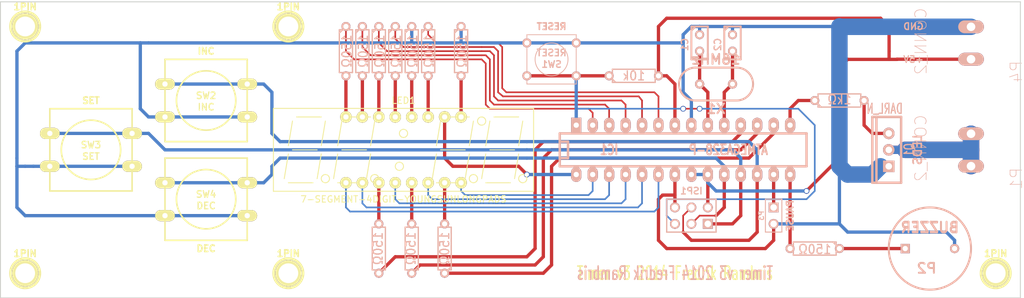
<source format=kicad_pcb>
(kicad_pcb (version 3) (host pcbnew "(2013-june-11)-stable")

  (general
    (links 71)
    (no_connects 1)
    (area 68.504999 69.670084 226.66325 115.645001)
    (thickness 1.6)
    (drawings 15)
    (tracks 272)
    (zones 0)
    (modules 33)
    (nets 39)
  )

  (page A4)
  (title_block 
    (title "Timer board")
    (rev 3)
    (company "Fredrik Rambris")
  )

  (layers
    (15 F.Cu signal)
    (0 B.Cu signal)
    (16 B.Adhes user)
    (17 F.Adhes user)
    (18 B.Paste user)
    (19 F.Paste user)
    (20 B.SilkS user)
    (21 F.SilkS user)
    (22 B.Mask user)
    (23 F.Mask user)
    (28 Edge.Cuts user)
  )

  (setup
    (last_trace_width 0.254)
    (user_trace_width 0.508)
    (user_trace_width 1.27)
    (user_trace_width 2.54)
    (trace_clearance 0.254)
    (zone_clearance 0.508)
    (zone_45_only no)
    (trace_min 0.254)
    (segment_width 0.2)
    (edge_width 0.15)
    (via_size 0.889)
    (via_drill 0.635)
    (via_min_size 0.889)
    (via_min_drill 0.508)
    (uvia_size 0.508)
    (uvia_drill 0.127)
    (uvias_allowed no)
    (uvia_min_size 0.508)
    (uvia_min_drill 0.127)
    (pcb_text_width 0.3)
    (pcb_text_size 1 1)
    (mod_edge_width 0.15)
    (mod_text_size 1 1)
    (mod_text_width 0.15)
    (pad_size 1 1)
    (pad_drill 0.6)
    (pad_to_mask_clearance 0)
    (aux_axis_origin 0 0)
    (visible_elements FFFFFFBF)
    (pcbplotparams
      (layerselection 32769)
      (usegerberextensions false)
      (excludeedgelayer false)
      (linewidth 0.150000)
      (plotframeref false)
      (viasonmask true)
      (mode 1)
      (useauxorigin false)
      (hpglpennumber 1)
      (hpglpenspeed 20)
      (hpglpendiameter 15)
      (hpglpenoverlay 2)
      (psnegative false)
      (psa4output false)
      (plotreference false)
      (plotvalue false)
      (plotothertext false)
      (plotinvisibletext false)
      (padsonsilk false)
      (subtractmaskfromsilk false)
      (outputformat 5)
      (mirror false)
      (drillshape 1)
      (scaleselection 1)
      (outputdirectory svg/))
  )

  (net 0 "")
  (net 1 +5V)
  (net 2 GND)
  (net 3 N-000001)
  (net 4 N-0000010)
  (net 5 N-0000011)
  (net 6 N-0000012)
  (net 7 N-0000013)
  (net 8 N-0000014)
  (net 9 N-0000015)
  (net 10 N-0000016)
  (net 11 N-0000017)
  (net 12 N-0000018)
  (net 13 N-0000019)
  (net 14 N-0000020)
  (net 15 N-0000021)
  (net 16 N-0000022)
  (net 17 N-0000023)
  (net 18 N-0000024)
  (net 19 N-0000025)
  (net 20 N-0000026)
  (net 21 N-0000027)
  (net 22 N-0000028)
  (net 23 N-0000029)
  (net 24 N-0000030)
  (net 25 N-0000031)
  (net 26 N-0000032)
  (net 27 N-0000033)
  (net 28 N-0000034)
  (net 29 N-0000035)
  (net 30 N-0000036)
  (net 31 N-0000037)
  (net 32 N-0000038)
  (net 33 N-000004)
  (net 34 N-000005)
  (net 35 N-000006)
  (net 36 N-000007)
  (net 37 N-000008)
  (net 38 N-000009)

  (net_class Default "This is the default net class."
    (clearance 0.254)
    (trace_width 0.254)
    (via_dia 0.889)
    (via_drill 0.635)
    (uvia_dia 0.508)
    (uvia_drill 0.127)
    (add_net "")
    (add_net +5V)
    (add_net GND)
    (add_net N-000001)
    (add_net N-0000010)
    (add_net N-0000011)
    (add_net N-0000012)
    (add_net N-0000013)
    (add_net N-0000014)
    (add_net N-0000015)
    (add_net N-0000016)
    (add_net N-0000017)
    (add_net N-0000018)
    (add_net N-0000019)
    (add_net N-0000020)
    (add_net N-0000021)
    (add_net N-0000022)
    (add_net N-0000023)
    (add_net N-0000024)
    (add_net N-0000025)
    (add_net N-0000026)
    (add_net N-0000027)
    (add_net N-0000028)
    (add_net N-0000029)
    (add_net N-0000030)
    (add_net N-0000031)
    (add_net N-0000032)
    (add_net N-0000033)
    (add_net N-0000034)
    (add_net N-0000035)
    (add_net N-0000036)
    (add_net N-0000037)
    (add_net N-0000038)
    (add_net N-000004)
    (add_net N-000005)
    (add_net N-000006)
    (add_net N-000007)
    (add_net N-000008)
    (add_net N-000009)
  )

  (net_class "20 mil" ""
    (clearance 0.3048)
    (trace_width 0.508)
    (via_dia 0.889)
    (via_drill 0.635)
    (uvia_dia 0.508)
    (uvia_drill 0.127)
  )

  (module 1pin (layer F.Cu) (tedit 200000) (tstamp 5477794A)
    (at 113.03 73.66)
    (descr "module 1 pin (ou trou mecanique de percage)")
    (tags DEV)
    (path 1pin)
    (fp_text reference 1PIN (at 0 -3.048) (layer F.SilkS)
      (effects (font (size 1.016 1.016) (thickness 0.254)))
    )
    (fp_text value P*** (at 0 2.794) (layer F.SilkS) hide
      (effects (font (size 1.016 1.016) (thickness 0.254)))
    )
    (fp_circle (center 0 0) (end 0 -2.286) (layer F.SilkS) (width 0.381))
    (pad 1 thru_hole circle (at 0 0) (size 4.064 4.064) (drill 3.048)
      (layers *.Cu *.Mask F.SilkS)
    )
  )

  (module 1pin (layer F.Cu) (tedit 200000) (tstamp 5477792B)
    (at 113.03 111.76)
    (descr "module 1 pin (ou trou mecanique de percage)")
    (tags DEV)
    (path 1pin)
    (fp_text reference 1PIN (at 0 -3.048) (layer F.SilkS)
      (effects (font (size 1.016 1.016) (thickness 0.254)))
    )
    (fp_text value P*** (at 0 2.794) (layer F.SilkS) hide
      (effects (font (size 1.016 1.016) (thickness 0.254)))
    )
    (fp_circle (center 0 0) (end 0 -2.286) (layer F.SilkS) (width 0.381))
    (pad 1 thru_hole circle (at 0 0) (size 4.064 4.064) (drill 3.048)
      (layers *.Cu *.Mask F.SilkS)
    )
  )

  (module SW_PUSH-12mm (layer F.Cu) (tedit 52BB63A9) (tstamp 52BB0619)
    (at 82.55 92.71)
    (path /52BAF3DF)
    (fp_text reference SW3 (at 0 -0.762) (layer F.SilkS)
      (effects (font (size 1.016 1.016) (thickness 0.2032)))
    )
    (fp_text value SET (at 0 1.016) (layer F.SilkS)
      (effects (font (size 1.016 1.016) (thickness 0.2032)))
    )
    (fp_circle (center 0 0) (end 3.81 2.54) (layer F.SilkS) (width 0.254))
    (fp_line (start -6.35 -6.35) (end 6.35 -6.35) (layer F.SilkS) (width 0.254))
    (fp_line (start 6.35 -6.35) (end 6.35 6.35) (layer F.SilkS) (width 0.254))
    (fp_line (start 6.35 6.35) (end -6.35 6.35) (layer F.SilkS) (width 0.254))
    (fp_line (start -6.35 6.35) (end -6.35 -6.35) (layer F.SilkS) (width 0.254))
    (pad 1 thru_hole oval (at 6.35 -2.54) (size 3.048 1.7272) (drill 0.8128)
      (layers *.Cu *.Mask F.SilkS)
      (net 31 N-0000037)
    )
    (pad 2 thru_hole oval (at 6.35 2.54) (size 3.048 1.7272) (drill 0.8128)
      (layers *.Cu *.Mask F.SilkS)
      (net 2 GND)
    )
    (pad 1 thru_hole oval (at -6.35 -2.54) (size 3.048 1.7272) (drill 0.8128)
      (layers *.Cu *.Mask F.SilkS)
      (net 31 N-0000037)
    )
    (pad 2 thru_hole oval (at -6.35 2.54) (size 3.048 1.7272) (drill 0.8128)
      (layers *.Cu *.Mask F.SilkS)
      (net 2 GND)
    )
  )

  (module SW_PUSH-12mm (layer F.Cu) (tedit 52BB639C) (tstamp 52BB060C)
    (at 100.33 100.33)
    (path /52BAF3E5)
    (fp_text reference SW4 (at 0 -0.762) (layer F.SilkS)
      (effects (font (size 1.016 1.016) (thickness 0.2032)))
    )
    (fp_text value DEC (at 0 1.016) (layer F.SilkS)
      (effects (font (size 1.016 1.016) (thickness 0.2032)))
    )
    (fp_circle (center 0 0) (end 3.81 2.54) (layer F.SilkS) (width 0.254))
    (fp_line (start -6.35 -6.35) (end 6.35 -6.35) (layer F.SilkS) (width 0.254))
    (fp_line (start 6.35 -6.35) (end 6.35 6.35) (layer F.SilkS) (width 0.254))
    (fp_line (start 6.35 6.35) (end -6.35 6.35) (layer F.SilkS) (width 0.254))
    (fp_line (start -6.35 6.35) (end -6.35 -6.35) (layer F.SilkS) (width 0.254))
    (pad 1 thru_hole oval (at 6.35 -2.54) (size 3.048 1.7272) (drill 0.8128)
      (layers *.Cu *.Mask F.SilkS)
      (net 32 N-0000038)
    )
    (pad 2 thru_hole oval (at 6.35 2.54) (size 3.048 1.7272) (drill 0.8128)
      (layers *.Cu *.Mask F.SilkS)
      (net 2 GND)
    )
    (pad 1 thru_hole oval (at -6.35 -2.54) (size 3.048 1.7272) (drill 0.8128)
      (layers *.Cu *.Mask F.SilkS)
      (net 32 N-0000038)
    )
    (pad 2 thru_hole oval (at -6.35 2.54) (size 3.048 1.7272) (drill 0.8128)
      (layers *.Cu *.Mask F.SilkS)
      (net 2 GND)
    )
  )

  (module SW_PUSH-12mm (layer F.Cu) (tedit 52BB638F) (tstamp 52BB0626)
    (at 100.33 85.09)
    (path /52BAF3D9)
    (fp_text reference SW2 (at 0 -0.762) (layer F.SilkS)
      (effects (font (size 1.016 1.016) (thickness 0.2032)))
    )
    (fp_text value INC (at 0 1.016) (layer F.SilkS)
      (effects (font (size 1.016 1.016) (thickness 0.2032)))
    )
    (fp_circle (center 0 0) (end 3.81 2.54) (layer F.SilkS) (width 0.254))
    (fp_line (start -6.35 -6.35) (end 6.35 -6.35) (layer F.SilkS) (width 0.254))
    (fp_line (start 6.35 -6.35) (end 6.35 6.35) (layer F.SilkS) (width 0.254))
    (fp_line (start 6.35 6.35) (end -6.35 6.35) (layer F.SilkS) (width 0.254))
    (fp_line (start -6.35 6.35) (end -6.35 -6.35) (layer F.SilkS) (width 0.254))
    (pad 1 thru_hole oval (at 6.35 -2.54) (size 3.048 1.7272) (drill 0.8128)
      (layers *.Cu *.Mask F.SilkS)
      (net 30 N-0000036)
    )
    (pad 2 thru_hole oval (at 6.35 2.54) (size 3.048 1.7272) (drill 0.8128)
      (layers *.Cu *.Mask F.SilkS)
      (net 2 GND)
    )
    (pad 1 thru_hole oval (at -6.35 -2.54) (size 3.048 1.7272) (drill 0.8128)
      (layers *.Cu *.Mask F.SilkS)
      (net 30 N-0000036)
    )
    (pad 2 thru_hole oval (at -6.35 2.54) (size 3.048 1.7272) (drill 0.8128)
      (layers *.Cu *.Mask F.SilkS)
      (net 2 GND)
    )
  )

  (module 7-SEGMENT-4DIGIT-10MM (layer F.Cu) (tedit 52BB636E) (tstamp 52BB0806)
    (at 130.81 92.71)
    (path /52B8CB6C)
    (fp_text reference LED1 (at 0 -7.62) (layer F.SilkS)
      (effects (font (size 1 1) (thickness 0.15)))
    )
    (fp_text value 7-SEGMENT-4DIGIT-YOUNGSUNLONGPADS (at 0 7.62) (layer F.SilkS)
      (effects (font (size 1 1) (thickness 0.15)))
    )
    (fp_circle (center 12.065 -4.445) (end 12.065 -5.08) (layer F.SilkS) (width 0.15))
    (fp_circle (center 0 -2.54) (end 0.635 -2.54) (layer F.SilkS) (width 0.15))
    (fp_circle (center -0.635 2.54) (end -0.635 1.905) (layer F.SilkS) (width 0.15))
    (fp_line (start 5.08 5.08) (end 8.89 5.08) (layer F.SilkS) (width 0.15))
    (fp_line (start 4.445 4.445) (end 5.08 0.635) (layer F.SilkS) (width 0.15))
    (fp_line (start 5.715 0) (end 9.525 0) (layer F.SilkS) (width 0.15))
    (fp_line (start 9.525 4.445) (end 10.16 0.635) (layer F.SilkS) (width 0.15))
    (fp_line (start 10.16 -0.635) (end 10.795 -4.445) (layer F.SilkS) (width 0.15))
    (fp_line (start 10.16 -5.08) (end 6.35 -5.08) (layer F.SilkS) (width 0.15))
    (fp_line (start 5.715 -4.445) (end 5.08 -0.635) (layer F.SilkS) (width 0.15))
    (fp_circle (center 10.795 4.445) (end 10.16 4.445) (layer F.SilkS) (width 0.15))
    (fp_circle (center 18.415 4.445) (end 17.78 4.445) (layer F.SilkS) (width 0.15))
    (fp_line (start 13.335 -4.445) (end 12.7 -0.635) (layer F.SilkS) (width 0.15))
    (fp_line (start 17.78 -5.08) (end 13.97 -5.08) (layer F.SilkS) (width 0.15))
    (fp_line (start 17.78 -0.635) (end 18.415 -4.445) (layer F.SilkS) (width 0.15))
    (fp_line (start 17.145 4.445) (end 17.78 0.635) (layer F.SilkS) (width 0.15))
    (fp_line (start 13.335 0) (end 17.145 0) (layer F.SilkS) (width 0.15))
    (fp_line (start 12.065 4.445) (end 12.7 0.635) (layer F.SilkS) (width 0.15))
    (fp_line (start 12.7 5.08) (end 16.51 5.08) (layer F.SilkS) (width 0.15))
    (fp_line (start -10.16 5.08) (end -6.35 5.08) (layer F.SilkS) (width 0.15))
    (fp_line (start -10.795 4.445) (end -10.16 0.635) (layer F.SilkS) (width 0.15))
    (fp_line (start -9.525 0) (end -5.715 0) (layer F.SilkS) (width 0.15))
    (fp_line (start -5.715 4.445) (end -5.08 0.635) (layer F.SilkS) (width 0.15))
    (fp_line (start -5.08 -0.635) (end -4.445 -4.445) (layer F.SilkS) (width 0.15))
    (fp_line (start -5.08 -5.08) (end -8.89 -5.08) (layer F.SilkS) (width 0.15))
    (fp_line (start -9.525 -4.445) (end -10.16 -0.635) (layer F.SilkS) (width 0.15))
    (fp_circle (center -4.445 4.445) (end -5.08 4.445) (layer F.SilkS) (width 0.15))
    (fp_circle (center -12.065 4.445) (end -12.7 4.445) (layer F.SilkS) (width 0.15))
    (fp_line (start -17.145 -4.445) (end -17.78 -0.635) (layer F.SilkS) (width 0.15))
    (fp_line (start -12.7 -5.08) (end -16.51 -5.08) (layer F.SilkS) (width 0.15))
    (fp_line (start -12.7 -0.635) (end -12.065 -4.445) (layer F.SilkS) (width 0.15))
    (fp_line (start -13.335 4.445) (end -12.7 0.635) (layer F.SilkS) (width 0.15))
    (fp_line (start -17.145 0) (end -13.335 0) (layer F.SilkS) (width 0.15))
    (fp_line (start -18.415 4.445) (end -17.78 0.635) (layer F.SilkS) (width 0.15))
    (fp_line (start -17.78 5.08) (end -13.97 5.08) (layer F.SilkS) (width 0.15))
    (fp_line (start -20.09 -6.4) (end 20.09 -6.4) (layer F.SilkS) (width 0.15))
    (fp_line (start 20.09 -6.4) (end 20.09 6.4) (layer F.SilkS) (width 0.15))
    (fp_line (start 20.09 6.4) (end -20.09 6.4) (layer F.SilkS) (width 0.15))
    (fp_line (start -20.09 6.4) (end -20.09 -6.4) (layer F.SilkS) (width 0.15))
    (pad 1 thru_hole circle (at -8.89 5.08) (size 1.778 1.778) (drill 0.8)
      (layers *.Cu *.Mask F.SilkS)
      (net 35 N-000006)
    )
    (pad 2 thru_hole circle (at -6.35 5.08) (size 1.778 1.778) (drill 0.8)
      (layers *.Cu *.Mask F.SilkS)
      (net 36 N-000007)
    )
    (pad 3 thru_hole circle (at -3.81 5.08) (size 1.778 1.778) (drill 0.8)
      (layers *.Cu *.Mask F.SilkS)
      (net 18 N-0000024)
    )
    (pad 4 thru_hole circle (at -1.27 5.08) (size 1.778 1.778) (drill 0.8)
      (layers *.Cu *.Mask F.SilkS)
      (net 37 N-000008)
    )
    (pad 5 thru_hole circle (at 1.27 5.08) (size 1.778 1.778) (drill 0.8)
      (layers *.Cu *.Mask F.SilkS)
      (net 19 N-0000025)
    )
    (pad 6 thru_hole circle (at 3.81 5.08) (size 1.778 1.778) (drill 0.8)
      (layers *.Cu *.Mask F.SilkS)
      (net 38 N-000009)
    )
    (pad 7 thru_hole circle (at 6.35 5.08) (size 1.778 1.778) (drill 0.8)
      (layers *.Cu *.Mask F.SilkS)
      (net 20 N-0000026)
    )
    (pad 8 thru_hole circle (at 8.89 5.08) (size 1.778 1.778) (drill 0.8)
      (layers *.Cu *.Mask F.SilkS)
      (net 4 N-0000010)
    )
    (pad 9 thru_hole circle (at 8.89 -5.08) (size 1.778 1.778) (drill 0.8)
      (layers *.Cu *.Mask F.SilkS)
      (net 21 N-0000027)
    )
    (pad 10 thru_hole circle (at 6.35 -5.08) (size 1.778 1.778) (drill 0.8)
      (layers *.Cu *.Mask F.SilkS)
      (net 34 N-000005)
    )
    (pad 11 thru_hole circle (at 3.81 -5.08) (size 1.778 1.778) (drill 0.8)
      (layers *.Cu *.Mask F.SilkS)
      (net 22 N-0000028)
    )
    (pad 12 thru_hole circle (at 1.27 -5.08) (size 1.778 1.778) (drill 0.8)
      (layers *.Cu *.Mask F.SilkS)
      (net 23 N-0000029)
    )
    (pad 13 thru_hole circle (at -1.27 -5.08) (size 1.778 1.778) (drill 0.8)
      (layers *.Cu *.Mask F.SilkS)
      (net 24 N-0000030)
    )
    (pad 14 thru_hole circle (at -3.81 -5.08) (size 1.778 1.778) (drill 0.8)
      (layers *.Cu *.Mask F.SilkS)
      (net 25 N-0000031)
    )
    (pad 15 thru_hole circle (at -6.35 -5.08) (size 1.778 1.778) (drill 0.8)
      (layers *.Cu *.Mask F.SilkS)
      (net 26 N-0000032)
    )
    (pad 16 thru_hole circle (at -8.89 -5.08) (size 1.778 1.778) (drill 0.8)
      (layers *.Cu *.Mask F.SilkS)
      (net 17 N-0000023)
    )
  )

  (module AK300-2 (layer B.Cu) (tedit 52BB628F) (tstamp 52BB0774)
    (at 218.44 92.71 90)
    (descr CONNECTOR)
    (tags CONNECTOR)
    (path /52BAFEC6)
    (attr virtual)
    (fp_text reference P1 (at -4.445 6.985 90) (layer B.SilkS)
      (effects (font (size 1.778 1.778) (thickness 0.0889)) (justify mirror))
    )
    (fp_text value CONN_2 (at 0.254 -7.747 90) (layer B.SilkS)
      (effects (font (size 1.778 1.778) (thickness 0.0889)) (justify mirror))
    )
    (fp_line (start -3.7846 -2.54) (end -1.2446 -2.54) (layer B.Adhes) (width 0.06604))
    (fp_line (start -1.2446 -2.54) (end -1.2446 0.254) (layer B.Adhes) (width 0.06604))
    (fp_line (start -3.7846 0.254) (end -1.2446 0.254) (layer B.Adhes) (width 0.06604))
    (fp_line (start -3.7846 -2.54) (end -3.7846 0.254) (layer B.Adhes) (width 0.06604))
    (fp_line (start 1.2192 -2.54) (end 3.7592 -2.54) (layer B.Adhes) (width 0.06604))
    (fp_line (start 3.7592 -2.54) (end 3.7592 0.254) (layer B.Adhes) (width 0.06604))
    (fp_line (start 1.2192 0.254) (end 3.7592 0.254) (layer B.Adhes) (width 0.06604))
    (fp_line (start 1.2192 -2.54) (end 1.2192 0.254) (layer B.Adhes) (width 0.06604))
    (fp_line (start 5.08 6.223) (end 5.08 3.175) (layer B.Adhes) (width 0.1524))
    (fp_line (start 5.08 6.223) (end -5.08 6.223) (layer B.Adhes) (width 0.1524))
    (fp_line (start 5.08 6.223) (end 5.588 6.223) (layer B.Adhes) (width 0.1524))
    (fp_line (start 5.588 6.223) (end 5.588 1.397) (layer B.Adhes) (width 0.1524))
    (fp_line (start 5.588 1.397) (end 5.08 1.651) (layer B.Adhes) (width 0.1524))
    (fp_line (start 5.588 -5.461) (end 5.08 -5.207) (layer B.Adhes) (width 0.1524))
    (fp_line (start 5.08 -5.207) (end 5.08 -6.223) (layer B.Adhes) (width 0.1524))
    (fp_line (start 5.588 -3.81) (end 5.08 -4.064) (layer B.Adhes) (width 0.1524))
    (fp_line (start 5.08 -4.064) (end 5.08 -5.207) (layer B.Adhes) (width 0.1524))
    (fp_line (start 5.588 -3.81) (end 5.588 -5.461) (layer B.Adhes) (width 0.1524))
    (fp_line (start 0.4572 -6.223) (end 0.4572 -4.318) (layer B.Adhes) (width 0.1524))
    (fp_line (start 4.5212 0.254) (end 4.5212 -4.318) (layer B.Adhes) (width 0.1524))
    (fp_line (start 0.4572 -6.223) (end 4.5212 -6.223) (layer B.Adhes) (width 0.1524))
    (fp_line (start 4.5212 -6.223) (end 5.08 -6.223) (layer B.Adhes) (width 0.1524))
    (fp_line (start -0.4826 -6.223) (end -0.4826 -4.318) (layer B.Adhes) (width 0.1524))
    (fp_line (start -0.4826 -6.223) (end 0.4572 -6.223) (layer B.Adhes) (width 0.1524))
    (fp_line (start -4.5466 0.254) (end -4.5466 -4.318) (layer B.Adhes) (width 0.1524))
    (fp_line (start -5.08 -6.223) (end -4.5466 -6.223) (layer B.Adhes) (width 0.1524))
    (fp_line (start -4.5466 -6.223) (end -0.4826 -6.223) (layer B.Adhes) (width 0.1524))
    (fp_line (start 0.4572 -4.318) (end 4.5212 -4.318) (layer B.Adhes) (width 0.1524))
    (fp_line (start 0.4572 -4.318) (end 0.4572 0.254) (layer B.Adhes) (width 0.1524))
    (fp_line (start 4.5212 -4.318) (end 4.5212 -6.223) (layer B.Adhes) (width 0.1524))
    (fp_line (start -0.4826 -4.318) (end -4.5466 -4.318) (layer B.Adhes) (width 0.1524))
    (fp_line (start -0.4826 -4.318) (end -0.4826 0.254) (layer B.Adhes) (width 0.1524))
    (fp_line (start -4.5466 -4.318) (end -4.5466 -6.223) (layer B.Adhes) (width 0.1524))
    (fp_line (start 4.1402 -3.683) (end 4.1402 -0.508) (layer B.Adhes) (width 0.1524))
    (fp_line (start 4.1402 -3.683) (end 0.8382 -3.683) (layer B.Adhes) (width 0.1524))
    (fp_line (start 0.8382 -3.683) (end 0.8382 -0.508) (layer B.Adhes) (width 0.1524))
    (fp_line (start -0.8636 -3.683) (end -0.8636 -0.508) (layer B.Adhes) (width 0.1524))
    (fp_line (start -0.8636 -3.683) (end -4.1656 -3.683) (layer B.Adhes) (width 0.1524))
    (fp_line (start -4.1656 -3.683) (end -4.1656 -0.508) (layer B.Adhes) (width 0.1524))
    (fp_line (start -4.1656 -0.508) (end -3.7846 -0.508) (layer B.Adhes) (width 0.1524))
    (fp_line (start -0.8636 -0.508) (end -1.2446 -0.508) (layer B.Adhes) (width 0.1524))
    (fp_line (start 0.8382 -0.508) (end 1.2192 -0.508) (layer B.Adhes) (width 0.1524))
    (fp_line (start 4.1402 -0.508) (end 3.7592 -0.508) (layer B.Adhes) (width 0.1524))
    (fp_line (start -5.08 -6.223) (end -5.08 0.635) (layer B.Adhes) (width 0.1524))
    (fp_line (start -5.08 0.635) (end -5.08 3.175) (layer B.Adhes) (width 0.1524))
    (fp_line (start 5.08 1.651) (end 5.08 0.635) (layer B.Adhes) (width 0.1524))
    (fp_line (start 5.08 0.635) (end 5.08 -4.064) (layer B.Adhes) (width 0.1524))
    (fp_line (start -5.08 3.175) (end 5.08 3.175) (layer B.Adhes) (width 0.1524))
    (fp_line (start -5.08 3.175) (end -5.08 6.223) (layer B.Adhes) (width 0.1524))
    (fp_line (start 5.08 3.175) (end 5.08 1.651) (layer B.Adhes) (width 0.1524))
    (fp_line (start 0.4572 3.429) (end 0.4572 5.969) (layer B.Adhes) (width 0.1524))
    (fp_line (start 0.4572 5.969) (end 4.5212 5.969) (layer B.Adhes) (width 0.1524))
    (fp_line (start 4.5212 5.969) (end 4.5212 3.429) (layer B.Adhes) (width 0.1524))
    (fp_line (start 4.5212 3.429) (end 0.4572 3.429) (layer B.Adhes) (width 0.1524))
    (fp_line (start -0.4826 3.429) (end -0.4826 5.969) (layer B.Adhes) (width 0.1524))
    (fp_line (start -0.4826 3.429) (end -4.5466 3.429) (layer B.Adhes) (width 0.1524))
    (fp_line (start -4.5466 3.429) (end -4.5466 5.969) (layer B.Adhes) (width 0.1524))
    (fp_line (start -0.4826 5.969) (end -4.5466 5.969) (layer B.Adhes) (width 0.1524))
    (fp_line (start 0.8636 4.445) (end 3.9116 5.08) (layer B.Adhes) (width 0.1524))
    (fp_line (start 0.9906 4.318) (end 4.0386 4.953) (layer B.Adhes) (width 0.1524))
    (fp_line (start -4.1402 4.445) (end -1.08966 5.08) (layer B.Adhes) (width 0.1524))
    (fp_line (start -4.0132 4.318) (end -0.9652 4.953) (layer B.Adhes) (width 0.1524))
    (fp_line (start -4.5466 0.254) (end -4.1656 0.254) (layer B.Adhes) (width 0.1524))
    (fp_line (start -0.4826 0.254) (end -0.8636 0.254) (layer B.Adhes) (width 0.1524))
    (fp_line (start -0.8636 0.254) (end -4.1656 0.254) (layer B.Adhes) (width 0.1524))
    (fp_line (start -5.08 0.635) (end -4.1656 0.635) (layer B.Adhes) (width 0.1524))
    (fp_line (start -4.1656 0.635) (end -0.8636 0.635) (layer B.Adhes) (width 0.1524))
    (fp_line (start -0.8636 0.635) (end 0.8382 0.635) (layer B.Adhes) (width 0.1524))
    (fp_line (start 5.08 0.635) (end 4.1402 0.635) (layer B.Adhes) (width 0.1524))
    (fp_line (start 4.1402 0.635) (end 0.8382 0.635) (layer B.Adhes) (width 0.1524))
    (fp_line (start 4.5212 0.254) (end 4.1402 0.254) (layer B.Adhes) (width 0.1524))
    (fp_line (start 0.4572 0.254) (end 0.8382 0.254) (layer B.Adhes) (width 0.1524))
    (fp_line (start 0.8382 0.254) (end 4.1402 0.254) (layer B.Adhes) (width 0.1524))
    (fp_arc (start 3.5052 4.59486) (end 4.01066 5.05206) (angle -90.5) (layer B.Adhes) (width 0.1524))
    (fp_arc (start 2.54 6.0706) (end 4.00304 4.11734) (angle -75.5) (layer B.Adhes) (width 0.1524))
    (fp_arc (start 2.46126 3.7084) (end 0.8636 5.0038) (angle -100) (layer B.Adhes) (width 0.1524))
    (fp_arc (start 1.3462 4.64566) (end 1.05664 4.1275) (angle -104.2) (layer B.Adhes) (width 0.1524))
    (fp_arc (start -1.4986 4.59486) (end -0.9906 5.05206) (angle -90.5) (layer B.Adhes) (width 0.1524))
    (fp_arc (start -2.46126 6.0706) (end -0.99822 4.11734) (angle -75.5) (layer B.Adhes) (width 0.1524))
    (fp_arc (start -2.53746 3.7084) (end -4.1402 5.0038) (angle -100) (layer B.Adhes) (width 0.1524))
    (fp_arc (start -3.6576 4.64566) (end -3.94462 4.1275) (angle -104.2) (layer B.Adhes) (width 0.1524))
    (pad 1 thru_hole oval (at -2.5146 0 90) (size 1.9812 3.9624) (drill 1.3208)
      (layers *.Cu B.Paste B.SilkS B.Mask)
      (net 6 N-0000012)
    )
    (pad 2 thru_hole oval (at 2.4892 0 90) (size 1.9812 3.9624) (drill 1.3208)
      (layers *.Cu B.Paste B.SilkS B.Mask)
      (net 6 N-0000012)
    )
  )

  (module AK300-2 (layer B.Cu) (tedit 52BB626E) (tstamp 52BB07CB)
    (at 218.44 76.2 90)
    (descr CONNECTOR)
    (tags CONNECTOR)
    (path /52BB00E2)
    (attr virtual)
    (fp_text reference P4 (at -4.445 6.985 90) (layer B.SilkS)
      (effects (font (size 1.778 1.778) (thickness 0.0889)) (justify mirror))
    )
    (fp_text value CONN_2 (at 0.254 -7.747 90) (layer B.SilkS)
      (effects (font (size 1.778 1.778) (thickness 0.0889)) (justify mirror))
    )
    (fp_line (start -3.7846 -2.54) (end -1.2446 -2.54) (layer B.Adhes) (width 0.06604))
    (fp_line (start -1.2446 -2.54) (end -1.2446 0.254) (layer B.Adhes) (width 0.06604))
    (fp_line (start -3.7846 0.254) (end -1.2446 0.254) (layer B.Adhes) (width 0.06604))
    (fp_line (start -3.7846 -2.54) (end -3.7846 0.254) (layer B.Adhes) (width 0.06604))
    (fp_line (start 1.2192 -2.54) (end 3.7592 -2.54) (layer B.Adhes) (width 0.06604))
    (fp_line (start 3.7592 -2.54) (end 3.7592 0.254) (layer B.Adhes) (width 0.06604))
    (fp_line (start 1.2192 0.254) (end 3.7592 0.254) (layer B.Adhes) (width 0.06604))
    (fp_line (start 1.2192 -2.54) (end 1.2192 0.254) (layer B.Adhes) (width 0.06604))
    (fp_line (start 5.08 6.223) (end 5.08 3.175) (layer B.Adhes) (width 0.1524))
    (fp_line (start 5.08 6.223) (end -5.08 6.223) (layer B.Adhes) (width 0.1524))
    (fp_line (start 5.08 6.223) (end 5.588 6.223) (layer B.Adhes) (width 0.1524))
    (fp_line (start 5.588 6.223) (end 5.588 1.397) (layer B.Adhes) (width 0.1524))
    (fp_line (start 5.588 1.397) (end 5.08 1.651) (layer B.Adhes) (width 0.1524))
    (fp_line (start 5.588 -5.461) (end 5.08 -5.207) (layer B.Adhes) (width 0.1524))
    (fp_line (start 5.08 -5.207) (end 5.08 -6.223) (layer B.Adhes) (width 0.1524))
    (fp_line (start 5.588 -3.81) (end 5.08 -4.064) (layer B.Adhes) (width 0.1524))
    (fp_line (start 5.08 -4.064) (end 5.08 -5.207) (layer B.Adhes) (width 0.1524))
    (fp_line (start 5.588 -3.81) (end 5.588 -5.461) (layer B.Adhes) (width 0.1524))
    (fp_line (start 0.4572 -6.223) (end 0.4572 -4.318) (layer B.Adhes) (width 0.1524))
    (fp_line (start 4.5212 0.254) (end 4.5212 -4.318) (layer B.Adhes) (width 0.1524))
    (fp_line (start 0.4572 -6.223) (end 4.5212 -6.223) (layer B.Adhes) (width 0.1524))
    (fp_line (start 4.5212 -6.223) (end 5.08 -6.223) (layer B.Adhes) (width 0.1524))
    (fp_line (start -0.4826 -6.223) (end -0.4826 -4.318) (layer B.Adhes) (width 0.1524))
    (fp_line (start -0.4826 -6.223) (end 0.4572 -6.223) (layer B.Adhes) (width 0.1524))
    (fp_line (start -4.5466 0.254) (end -4.5466 -4.318) (layer B.Adhes) (width 0.1524))
    (fp_line (start -5.08 -6.223) (end -4.5466 -6.223) (layer B.Adhes) (width 0.1524))
    (fp_line (start -4.5466 -6.223) (end -0.4826 -6.223) (layer B.Adhes) (width 0.1524))
    (fp_line (start 0.4572 -4.318) (end 4.5212 -4.318) (layer B.Adhes) (width 0.1524))
    (fp_line (start 0.4572 -4.318) (end 0.4572 0.254) (layer B.Adhes) (width 0.1524))
    (fp_line (start 4.5212 -4.318) (end 4.5212 -6.223) (layer B.Adhes) (width 0.1524))
    (fp_line (start -0.4826 -4.318) (end -4.5466 -4.318) (layer B.Adhes) (width 0.1524))
    (fp_line (start -0.4826 -4.318) (end -0.4826 0.254) (layer B.Adhes) (width 0.1524))
    (fp_line (start -4.5466 -4.318) (end -4.5466 -6.223) (layer B.Adhes) (width 0.1524))
    (fp_line (start 4.1402 -3.683) (end 4.1402 -0.508) (layer B.Adhes) (width 0.1524))
    (fp_line (start 4.1402 -3.683) (end 0.8382 -3.683) (layer B.Adhes) (width 0.1524))
    (fp_line (start 0.8382 -3.683) (end 0.8382 -0.508) (layer B.Adhes) (width 0.1524))
    (fp_line (start -0.8636 -3.683) (end -0.8636 -0.508) (layer B.Adhes) (width 0.1524))
    (fp_line (start -0.8636 -3.683) (end -4.1656 -3.683) (layer B.Adhes) (width 0.1524))
    (fp_line (start -4.1656 -3.683) (end -4.1656 -0.508) (layer B.Adhes) (width 0.1524))
    (fp_line (start -4.1656 -0.508) (end -3.7846 -0.508) (layer B.Adhes) (width 0.1524))
    (fp_line (start -0.8636 -0.508) (end -1.2446 -0.508) (layer B.Adhes) (width 0.1524))
    (fp_line (start 0.8382 -0.508) (end 1.2192 -0.508) (layer B.Adhes) (width 0.1524))
    (fp_line (start 4.1402 -0.508) (end 3.7592 -0.508) (layer B.Adhes) (width 0.1524))
    (fp_line (start -5.08 -6.223) (end -5.08 0.635) (layer B.Adhes) (width 0.1524))
    (fp_line (start -5.08 0.635) (end -5.08 3.175) (layer B.Adhes) (width 0.1524))
    (fp_line (start 5.08 1.651) (end 5.08 0.635) (layer B.Adhes) (width 0.1524))
    (fp_line (start 5.08 0.635) (end 5.08 -4.064) (layer B.Adhes) (width 0.1524))
    (fp_line (start -5.08 3.175) (end 5.08 3.175) (layer B.Adhes) (width 0.1524))
    (fp_line (start -5.08 3.175) (end -5.08 6.223) (layer B.Adhes) (width 0.1524))
    (fp_line (start 5.08 3.175) (end 5.08 1.651) (layer B.Adhes) (width 0.1524))
    (fp_line (start 0.4572 3.429) (end 0.4572 5.969) (layer B.Adhes) (width 0.1524))
    (fp_line (start 0.4572 5.969) (end 4.5212 5.969) (layer B.Adhes) (width 0.1524))
    (fp_line (start 4.5212 5.969) (end 4.5212 3.429) (layer B.Adhes) (width 0.1524))
    (fp_line (start 4.5212 3.429) (end 0.4572 3.429) (layer B.Adhes) (width 0.1524))
    (fp_line (start -0.4826 3.429) (end -0.4826 5.969) (layer B.Adhes) (width 0.1524))
    (fp_line (start -0.4826 3.429) (end -4.5466 3.429) (layer B.Adhes) (width 0.1524))
    (fp_line (start -4.5466 3.429) (end -4.5466 5.969) (layer B.Adhes) (width 0.1524))
    (fp_line (start -0.4826 5.969) (end -4.5466 5.969) (layer B.Adhes) (width 0.1524))
    (fp_line (start 0.8636 4.445) (end 3.9116 5.08) (layer B.Adhes) (width 0.1524))
    (fp_line (start 0.9906 4.318) (end 4.0386 4.953) (layer B.Adhes) (width 0.1524))
    (fp_line (start -4.1402 4.445) (end -1.08966 5.08) (layer B.Adhes) (width 0.1524))
    (fp_line (start -4.0132 4.318) (end -0.9652 4.953) (layer B.Adhes) (width 0.1524))
    (fp_line (start -4.5466 0.254) (end -4.1656 0.254) (layer B.Adhes) (width 0.1524))
    (fp_line (start -0.4826 0.254) (end -0.8636 0.254) (layer B.Adhes) (width 0.1524))
    (fp_line (start -0.8636 0.254) (end -4.1656 0.254) (layer B.Adhes) (width 0.1524))
    (fp_line (start -5.08 0.635) (end -4.1656 0.635) (layer B.Adhes) (width 0.1524))
    (fp_line (start -4.1656 0.635) (end -0.8636 0.635) (layer B.Adhes) (width 0.1524))
    (fp_line (start -0.8636 0.635) (end 0.8382 0.635) (layer B.Adhes) (width 0.1524))
    (fp_line (start 5.08 0.635) (end 4.1402 0.635) (layer B.Adhes) (width 0.1524))
    (fp_line (start 4.1402 0.635) (end 0.8382 0.635) (layer B.Adhes) (width 0.1524))
    (fp_line (start 4.5212 0.254) (end 4.1402 0.254) (layer B.Adhes) (width 0.1524))
    (fp_line (start 0.4572 0.254) (end 0.8382 0.254) (layer B.Adhes) (width 0.1524))
    (fp_line (start 0.8382 0.254) (end 4.1402 0.254) (layer B.Adhes) (width 0.1524))
    (fp_arc (start 3.5052 4.59486) (end 4.01066 5.05206) (angle -90.5) (layer B.Adhes) (width 0.1524))
    (fp_arc (start 2.54 6.0706) (end 4.00304 4.11734) (angle -75.5) (layer B.Adhes) (width 0.1524))
    (fp_arc (start 2.46126 3.7084) (end 0.8636 5.0038) (angle -100) (layer B.Adhes) (width 0.1524))
    (fp_arc (start 1.3462 4.64566) (end 1.05664 4.1275) (angle -104.2) (layer B.Adhes) (width 0.1524))
    (fp_arc (start -1.4986 4.59486) (end -0.9906 5.05206) (angle -90.5) (layer B.Adhes) (width 0.1524))
    (fp_arc (start -2.46126 6.0706) (end -0.99822 4.11734) (angle -75.5) (layer B.Adhes) (width 0.1524))
    (fp_arc (start -2.53746 3.7084) (end -4.1402 5.0038) (angle -100) (layer B.Adhes) (width 0.1524))
    (fp_arc (start -3.6576 4.64566) (end -3.94462 4.1275) (angle -104.2) (layer B.Adhes) (width 0.1524))
    (pad 1 thru_hole oval (at -2.5146 0 90) (size 1.9812 3.9624) (drill 1.3208)
      (layers *.Cu B.Paste B.SilkS B.Mask)
      (net 1 +5V)
    )
    (pad 2 thru_hole oval (at 2.4892 0 90) (size 1.9812 3.9624) (drill 1.3208)
      (layers *.Cu B.Paste B.SilkS B.Mask)
      (net 2 GND)
    )
  )

  (module SW_PUSH_SMALL (layer B.Cu) (tedit 46544DB3) (tstamp 52BB08BF)
    (at 153.67 78.74)
    (path /52BA1167)
    (fp_text reference SW1 (at 0 0.762) (layer B.SilkS)
      (effects (font (size 1.016 1.016) (thickness 0.2032)) (justify mirror))
    )
    (fp_text value RESET (at 0 -1.016) (layer B.SilkS)
      (effects (font (size 1.016 1.016) (thickness 0.2032)) (justify mirror))
    )
    (fp_circle (center 0 0) (end 0 2.54) (layer B.SilkS) (width 0.127))
    (fp_line (start -3.81 3.81) (end 3.81 3.81) (layer B.SilkS) (width 0.127))
    (fp_line (start 3.81 3.81) (end 3.81 -3.81) (layer B.SilkS) (width 0.127))
    (fp_line (start 3.81 -3.81) (end -3.81 -3.81) (layer B.SilkS) (width 0.127))
    (fp_line (start -3.81 3.81) (end -3.81 -3.81) (layer B.SilkS) (width 0.127))
    (pad 1 thru_hole circle (at 3.81 2.54) (size 1.397 1.397) (drill 0.8128)
      (layers *.Cu *.Mask B.SilkS)
      (net 27 N-0000033)
    )
    (pad 2 thru_hole circle (at 3.81 -2.54) (size 1.397 1.397) (drill 0.8128)
      (layers *.Cu *.Mask B.SilkS)
      (net 2 GND)
    )
    (pad 1 thru_hole circle (at -3.81 2.54) (size 1.397 1.397) (drill 0.8128)
      (layers *.Cu *.Mask B.SilkS)
      (net 27 N-0000033)
    )
    (pad 2 thru_hole circle (at -3.81 -2.54) (size 1.397 1.397) (drill 0.8128)
      (layers *.Cu *.Mask B.SilkS)
      (net 2 GND)
    )
  )

  (module pin_array_3x2 (layer B.Cu) (tedit 42931587) (tstamp 52BB06EA)
    (at 175.26 102.87 180)
    (descr "Double rangee de contacts 2 x 4 pins")
    (tags CONN)
    (path /52BA0F09)
    (fp_text reference ISP1 (at 0 3.81 180) (layer B.SilkS)
      (effects (font (size 1.016 1.016) (thickness 0.2032)) (justify mirror))
    )
    (fp_text value CONN_3X2 (at 0 -3.81 180) (layer B.SilkS) hide
      (effects (font (size 1.016 1.016) (thickness 0.2032)) (justify mirror))
    )
    (fp_line (start 3.81 -2.54) (end -3.81 -2.54) (layer B.SilkS) (width 0.2032))
    (fp_line (start -3.81 2.54) (end 3.81 2.54) (layer B.SilkS) (width 0.2032))
    (fp_line (start 3.81 2.54) (end 3.81 -2.54) (layer B.SilkS) (width 0.2032))
    (fp_line (start -3.81 -2.54) (end -3.81 2.54) (layer B.SilkS) (width 0.2032))
    (pad 1 thru_hole rect (at -2.54 -1.27 180) (size 1.524 1.524) (drill 1.016)
      (layers *.Cu *.Mask B.SilkS)
      (net 31 N-0000037)
    )
    (pad 2 thru_hole circle (at -2.54 1.27 180) (size 1.524 1.524) (drill 1.016)
      (layers *.Cu *.Mask B.SilkS)
      (net 1 +5V)
    )
    (pad 3 thru_hole circle (at 0 -1.27 180) (size 1.524 1.524) (drill 1.016)
      (layers *.Cu *.Mask B.SilkS)
      (net 32 N-0000038)
    )
    (pad 4 thru_hole circle (at 0 1.27 180) (size 1.524 1.524) (drill 1.016)
      (layers *.Cu *.Mask B.SilkS)
      (net 30 N-0000036)
    )
    (pad 5 thru_hole circle (at 2.54 -1.27 180) (size 1.524 1.524) (drill 1.016)
      (layers *.Cu *.Mask B.SilkS)
      (net 27 N-0000033)
    )
    (pad 6 thru_hole circle (at 2.54 1.27 180) (size 1.524 1.524) (drill 1.016)
      (layers *.Cu *.Mask B.SilkS)
      (net 2 GND)
    )
    (model pin_array/pins_array_3x2.wrl
      (at (xyz 0 0 0))
      (scale (xyz 1 1 1))
      (rotate (xyz 0 0 0))
    )
  )

  (module PIN_ARRAY_2X1 (layer B.Cu) (tedit 4565C520) (tstamp 52BB06F4)
    (at 187.96 102.87 270)
    (descr "Connecteurs 2 pins")
    (tags "CONN DEV")
    (path /52BAFAF6)
    (fp_text reference P3 (at 0 1.905 270) (layer B.SilkS)
      (effects (font (size 0.762 0.762) (thickness 0.1524)) (justify mirror))
    )
    (fp_text value PAUSE (at 0 1.905 270) (layer B.SilkS) hide
      (effects (font (size 0.762 0.762) (thickness 0.1524)) (justify mirror))
    )
    (fp_line (start -2.54 -1.27) (end -2.54 1.27) (layer B.SilkS) (width 0.1524))
    (fp_line (start -2.54 1.27) (end 2.54 1.27) (layer B.SilkS) (width 0.1524))
    (fp_line (start 2.54 1.27) (end 2.54 -1.27) (layer B.SilkS) (width 0.1524))
    (fp_line (start 2.54 -1.27) (end -2.54 -1.27) (layer B.SilkS) (width 0.1524))
    (pad 1 thru_hole rect (at -1.27 0 270) (size 1.524 1.524) (drill 1.016)
      (layers *.Cu *.Mask B.SilkS)
      (net 14 N-0000020)
    )
    (pad 2 thru_hole circle (at 1.27 0 270) (size 1.524 1.524) (drill 1.016)
      (layers *.Cu *.Mask B.SilkS)
      (net 2 GND)
    )
    (model pin_array/pins_array_2x1.wrl
      (at (xyz 0 0 0))
      (scale (xyz 1 1 1))
      (rotate (xyz 0 0 0))
    )
  )

  (module HC-49V (layer B.Cu) (tedit 4C5EC450) (tstamp 52BB0700)
    (at 179.07 82.55)
    (descr "Quartz boitier HC-49 Vertical")
    (tags "QUARTZ DEV")
    (path /52BAF827)
    (autoplace_cost180 10)
    (fp_text reference X1 (at 0 3.81) (layer B.SilkS)
      (effects (font (size 1.524 1.524) (thickness 0.3048)) (justify mirror))
    )
    (fp_text value 16MHz (at 0 -3.81) (layer B.SilkS)
      (effects (font (size 1.524 1.524) (thickness 0.3048)) (justify mirror))
    )
    (fp_line (start -3.175 -2.54) (end 3.175 -2.54) (layer B.SilkS) (width 0.3175))
    (fp_line (start -3.175 2.54) (end 3.175 2.54) (layer B.SilkS) (width 0.3175))
    (fp_arc (start 3.175 0) (end 3.175 2.54) (angle -90) (layer B.SilkS) (width 0.3175))
    (fp_arc (start 3.175 0) (end 5.715 0) (angle -90) (layer B.SilkS) (width 0.3175))
    (fp_arc (start -3.175 0) (end -5.715 0) (angle -90) (layer B.SilkS) (width 0.3175))
    (fp_arc (start -3.175 0) (end -3.175 -2.54) (angle -90) (layer B.SilkS) (width 0.3175))
    (pad 1 thru_hole circle (at -2.54 0) (size 1.4224 1.4224) (drill 0.762)
      (layers *.Cu *.Mask B.SilkS)
      (net 3 N-000001)
    )
    (pad 2 thru_hole circle (at 2.54 0) (size 1.4224 1.4224) (drill 0.762)
      (layers *.Cu *.Mask B.SilkS)
      (net 33 N-000004)
    )
    (model discret/xtal/crystal_hc18u_vertical.wrl
      (at (xyz 0 0 0))
      (scale (xyz 1 1 0.2))
      (rotate (xyz 0 0 0))
    )
  )

  (module C1 (layer B.Cu) (tedit 3F92C496) (tstamp 52BB070B)
    (at 181.61 76.2 270)
    (descr "Condensateur e = 1 pas")
    (tags C)
    (path /52BAF951)
    (fp_text reference C2 (at 0.254 2.286 270) (layer B.SilkS)
      (effects (font (size 1.016 1.016) (thickness 0.2032)) (justify mirror))
    )
    (fp_text value 22pF (at 0 2.286 270) (layer B.SilkS) hide
      (effects (font (size 1.016 1.016) (thickness 0.2032)) (justify mirror))
    )
    (fp_line (start -2.4892 1.27) (end 2.54 1.27) (layer B.SilkS) (width 0.3048))
    (fp_line (start 2.54 1.27) (end 2.54 -1.27) (layer B.SilkS) (width 0.3048))
    (fp_line (start 2.54 -1.27) (end -2.54 -1.27) (layer B.SilkS) (width 0.3048))
    (fp_line (start -2.54 -1.27) (end -2.54 1.27) (layer B.SilkS) (width 0.3048))
    (fp_line (start -2.54 0.635) (end -1.905 1.27) (layer B.SilkS) (width 0.3048))
    (pad 1 thru_hole circle (at -1.27 0 270) (size 1.397 1.397) (drill 0.8128)
      (layers *.Cu *.Mask B.SilkS)
      (net 2 GND)
    )
    (pad 2 thru_hole circle (at 1.27 0 270) (size 1.397 1.397) (drill 0.8128)
      (layers *.Cu *.Mask B.SilkS)
      (net 33 N-000004)
    )
    (model discret/capa_1_pas.wrl
      (at (xyz 0 0 0))
      (scale (xyz 1 1 1))
      (rotate (xyz 0 0 0))
    )
  )

  (module C1 (layer B.Cu) (tedit 3F92C496) (tstamp 52BB0716)
    (at 176.53 76.2 270)
    (descr "Condensateur e = 1 pas")
    (tags C)
    (path /52BAF942)
    (fp_text reference C1 (at 0.254 2.286 270) (layer B.SilkS)
      (effects (font (size 1.016 1.016) (thickness 0.2032)) (justify mirror))
    )
    (fp_text value 22pF (at 0 2.286 270) (layer B.SilkS) hide
      (effects (font (size 1.016 1.016) (thickness 0.2032)) (justify mirror))
    )
    (fp_line (start -2.4892 1.27) (end 2.54 1.27) (layer B.SilkS) (width 0.3048))
    (fp_line (start 2.54 1.27) (end 2.54 -1.27) (layer B.SilkS) (width 0.3048))
    (fp_line (start 2.54 -1.27) (end -2.54 -1.27) (layer B.SilkS) (width 0.3048))
    (fp_line (start -2.54 -1.27) (end -2.54 1.27) (layer B.SilkS) (width 0.3048))
    (fp_line (start -2.54 0.635) (end -1.905 1.27) (layer B.SilkS) (width 0.3048))
    (pad 1 thru_hole circle (at -1.27 0 270) (size 1.397 1.397) (drill 0.8128)
      (layers *.Cu *.Mask B.SilkS)
      (net 2 GND)
    )
    (pad 2 thru_hole circle (at 1.27 0 270) (size 1.397 1.397) (drill 0.8128)
      (layers *.Cu *.Mask B.SilkS)
      (net 3 N-000001)
    )
    (model discret/capa_1_pas.wrl
      (at (xyz 0 0 0))
      (scale (xyz 1 1 1))
      (rotate (xyz 0 0 0))
    )
  )

  (module BUZ3-5 (layer B.Cu) (tedit 4C5ED5E7) (tstamp 52BB071D)
    (at 212.09 107.95)
    (path /52BAFCA7)
    (fp_text reference P2 (at -0.508 3.048) (layer B.SilkS)
      (effects (font (size 1.524 1.524) (thickness 0.3048)) (justify mirror))
    )
    (fp_text value BUZZER (at 0 -3.302) (layer B.SilkS)
      (effects (font (size 1.524 1.524) (thickness 0.3048)) (justify mirror))
    )
    (fp_circle (center 0 0) (end -6.35 0) (layer B.SilkS) (width 0.3175))
    (pad 1 thru_hole rect (at -3.81 0) (size 1.4224 1.4224) (drill 0.8128)
      (layers *.Cu *.Mask B.SilkS)
      (net 12 N-0000018)
    )
    (pad 2 thru_hole circle (at 3.81 0) (size 1.4224 1.4224) (drill 0.8128)
      (layers *.Cu *.Mask B.SilkS)
      (net 2 GND)
    )
  )

  (module DIP-28__300_ELL (layer B.Cu) (tedit 200000) (tstamp 52BB082D)
    (at 173.99 92.71)
    (descr "28 pins DIL package, elliptical pads, width 300mil")
    (tags DIL)
    (path /52B6315B)
    (fp_text reference IC1 (at -11.43 0) (layer B.SilkS)
      (effects (font (size 1.524 1.143) (thickness 0.3048)) (justify mirror))
    )
    (fp_text value ATMEGA328-P (at 6.985 0) (layer B.SilkS)
      (effects (font (size 1.524 1.143) (thickness 0.3048)) (justify mirror))
    )
    (fp_line (start -19.05 2.54) (end 19.05 2.54) (layer B.SilkS) (width 0.381))
    (fp_line (start 19.05 2.54) (end 19.05 -2.54) (layer B.SilkS) (width 0.381))
    (fp_line (start 19.05 -2.54) (end -19.05 -2.54) (layer B.SilkS) (width 0.381))
    (fp_line (start -19.05 -2.54) (end -19.05 2.54) (layer B.SilkS) (width 0.381))
    (fp_line (start -19.05 1.27) (end -17.78 1.27) (layer B.SilkS) (width 0.381))
    (fp_line (start -17.78 1.27) (end -17.78 -1.27) (layer B.SilkS) (width 0.381))
    (fp_line (start -17.78 -1.27) (end -19.05 -1.27) (layer B.SilkS) (width 0.381))
    (pad 2 thru_hole oval (at -13.97 -3.81) (size 1.5748 2.286) (drill 0.8128)
      (layers *.Cu *.Mask B.SilkS)
      (net 5 N-0000011)
    )
    (pad 3 thru_hole oval (at -11.43 -3.81) (size 1.5748 2.286) (drill 0.8128)
      (layers *.Cu *.Mask B.SilkS)
      (net 8 N-0000014)
    )
    (pad 4 thru_hole oval (at -8.89 -3.81) (size 1.5748 2.286) (drill 0.8128)
      (layers *.Cu *.Mask B.SilkS)
      (net 9 N-0000015)
    )
    (pad 5 thru_hole oval (at -6.35 -3.81) (size 1.5748 2.286) (drill 0.8128)
      (layers *.Cu *.Mask B.SilkS)
      (net 10 N-0000016)
    )
    (pad 6 thru_hole oval (at -3.81 -3.81) (size 1.5748 2.286) (drill 0.8128)
      (layers *.Cu *.Mask B.SilkS)
      (net 11 N-0000017)
    )
    (pad 7 thru_hole oval (at -1.27 -3.81) (size 1.5748 2.286) (drill 0.8128)
      (layers *.Cu *.Mask B.SilkS)
      (net 1 +5V)
    )
    (pad 8 thru_hole oval (at 1.27 -3.81) (size 1.5748 2.286) (drill 0.8128)
      (layers *.Cu *.Mask B.SilkS)
      (net 2 GND)
    )
    (pad 9 thru_hole oval (at 3.81 -3.81) (size 1.5748 2.286) (drill 0.8128)
      (layers *.Cu *.Mask B.SilkS)
      (net 3 N-000001)
    )
    (pad 10 thru_hole oval (at 6.35 -3.81) (size 1.5748 2.286) (drill 0.8128)
      (layers *.Cu *.Mask B.SilkS)
      (net 33 N-000004)
    )
    (pad 11 thru_hole oval (at 8.89 -3.81) (size 1.5748 2.286) (drill 0.8128)
      (layers *.Cu *.Mask B.SilkS)
      (net 7 N-0000013)
    )
    (pad 12 thru_hole oval (at 11.43 -3.81) (size 1.5748 2.286) (drill 0.8128)
      (layers *.Cu *.Mask B.SilkS)
      (net 28 N-0000034)
    )
    (pad 13 thru_hole oval (at 13.97 -3.81) (size 1.5748 2.286) (drill 0.8128)
      (layers *.Cu *.Mask B.SilkS)
      (net 29 N-0000035)
    )
    (pad 14 thru_hole oval (at 16.51 -3.81) (size 1.5748 2.286) (drill 0.8128)
      (layers *.Cu *.Mask B.SilkS)
      (net 15 N-0000021)
    )
    (pad 1 thru_hole rect (at -16.51 -3.81) (size 1.5748 2.286) (drill 0.8128)
      (layers *.Cu *.Mask B.SilkS)
      (net 27 N-0000033)
    )
    (pad 15 thru_hole oval (at 16.51 3.81) (size 1.5748 2.286) (drill 0.8128)
      (layers *.Cu *.Mask B.SilkS)
      (net 13 N-0000019)
    )
    (pad 16 thru_hole oval (at 13.97 3.81) (size 1.5748 2.286) (drill 0.8128)
      (layers *.Cu *.Mask B.SilkS)
      (net 14 N-0000020)
    )
    (pad 17 thru_hole oval (at 11.43 3.81) (size 1.5748 2.286) (drill 0.8128)
      (layers *.Cu *.Mask B.SilkS)
      (net 30 N-0000036)
    )
    (pad 18 thru_hole oval (at 8.89 3.81) (size 1.5748 2.286) (drill 0.8128)
      (layers *.Cu *.Mask B.SilkS)
      (net 31 N-0000037)
    )
    (pad 19 thru_hole oval (at 6.35 3.81) (size 1.5748 2.286) (drill 0.8128)
      (layers *.Cu *.Mask B.SilkS)
      (net 32 N-0000038)
    )
    (pad 20 thru_hole oval (at 3.81 3.81) (size 1.5748 2.286) (drill 0.8128)
      (layers *.Cu *.Mask B.SilkS)
      (net 1 +5V)
    )
    (pad 21 thru_hole oval (at 1.27 3.81) (size 1.5748 2.286) (drill 0.8128)
      (layers *.Cu *.Mask B.SilkS)
      (net 1 +5V)
    )
    (pad 22 thru_hole oval (at -1.27 3.81) (size 1.5748 2.286) (drill 0.8128)
      (layers *.Cu *.Mask B.SilkS)
      (net 2 GND)
    )
    (pad 23 thru_hole oval (at -3.81 3.81) (size 1.5748 2.286) (drill 0.8128)
      (layers *.Cu *.Mask B.SilkS)
      (net 35 N-000006)
    )
    (pad 24 thru_hole oval (at -6.35 3.81) (size 1.5748 2.286) (drill 0.8128)
      (layers *.Cu *.Mask B.SilkS)
      (net 36 N-000007)
    )
    (pad 25 thru_hole oval (at -8.89 3.81) (size 1.5748 2.286) (drill 0.8128)
      (layers *.Cu *.Mask B.SilkS)
      (net 37 N-000008)
    )
    (pad 26 thru_hole oval (at -11.43 3.81) (size 1.5748 2.286) (drill 0.8128)
      (layers *.Cu *.Mask B.SilkS)
      (net 38 N-000009)
    )
    (pad 27 thru_hole oval (at -13.97 3.81) (size 1.5748 2.286) (drill 0.8128)
      (layers *.Cu *.Mask B.SilkS)
      (net 4 N-0000010)
    )
    (pad 28 thru_hole oval (at -16.51 3.81) (size 1.5748 2.286) (drill 0.8128)
      (layers *.Cu *.Mask B.SilkS)
      (net 34 N-000005)
    )
    (model dil/dil_28-w300.wrl
      (at (xyz 0 0 0))
      (scale (xyz 1 1 1))
      (rotate (xyz 0 0 0))
    )
  )

  (module R3 (layer B.Cu) (tedit 4E4C0E65) (tstamp 52BB0634)
    (at 127 107.95 90)
    (descr "Resitance 3 pas")
    (tags R)
    (path /52BAEB60)
    (autoplace_cost180 10)
    (fp_text reference R8 (at 0 -0.127 90) (layer B.SilkS) hide
      (effects (font (size 1.397 1.27) (thickness 0.2032)) (justify mirror))
    )
    (fp_text value 150Ω (at 0 -0.127 90) (layer B.SilkS)
      (effects (font (size 1.397 1.27) (thickness 0.2032)) (justify mirror))
    )
    (fp_line (start -3.81 0) (end -3.302 0) (layer B.SilkS) (width 0.2032))
    (fp_line (start 3.81 0) (end 3.302 0) (layer B.SilkS) (width 0.2032))
    (fp_line (start 3.302 0) (end 3.302 1.016) (layer B.SilkS) (width 0.2032))
    (fp_line (start 3.302 1.016) (end -3.302 1.016) (layer B.SilkS) (width 0.2032))
    (fp_line (start -3.302 1.016) (end -3.302 -1.016) (layer B.SilkS) (width 0.2032))
    (fp_line (start -3.302 -1.016) (end 3.302 -1.016) (layer B.SilkS) (width 0.2032))
    (fp_line (start 3.302 -1.016) (end 3.302 0) (layer B.SilkS) (width 0.2032))
    (fp_line (start -3.302 0.508) (end -2.794 1.016) (layer B.SilkS) (width 0.2032))
    (pad 1 thru_hole circle (at -3.81 0 90) (size 1.397 1.397) (drill 0.8128)
      (layers *.Cu *.Mask B.SilkS)
      (net 7 N-0000013)
    )
    (pad 2 thru_hole circle (at 3.81 0 90) (size 1.397 1.397) (drill 0.8128)
      (layers *.Cu *.Mask B.SilkS)
      (net 18 N-0000024)
    )
    (model discret/resistor.wrl
      (at (xyz 0 0 0))
      (scale (xyz 0.3 0.3 0.3))
      (rotate (xyz 0 0 0))
    )
  )

  (module R3 (layer B.Cu) (tedit 4E4C0E65) (tstamp 52BB4AFE)
    (at 194.31 107.95 180)
    (descr "Resitance 3 pas")
    (tags R)
    (path /52BAFD06)
    (autoplace_cost180 10)
    (fp_text reference R3 (at 0 -0.127 180) (layer B.SilkS) hide
      (effects (font (size 1.397 1.27) (thickness 0.2032)) (justify mirror))
    )
    (fp_text value 150Ω (at 0 -0.127 180) (layer B.SilkS)
      (effects (font (size 1.397 1.27) (thickness 0.2032)) (justify mirror))
    )
    (fp_line (start -3.81 0) (end -3.302 0) (layer B.SilkS) (width 0.2032))
    (fp_line (start 3.81 0) (end 3.302 0) (layer B.SilkS) (width 0.2032))
    (fp_line (start 3.302 0) (end 3.302 1.016) (layer B.SilkS) (width 0.2032))
    (fp_line (start 3.302 1.016) (end -3.302 1.016) (layer B.SilkS) (width 0.2032))
    (fp_line (start -3.302 1.016) (end -3.302 -1.016) (layer B.SilkS) (width 0.2032))
    (fp_line (start -3.302 -1.016) (end 3.302 -1.016) (layer B.SilkS) (width 0.2032))
    (fp_line (start 3.302 -1.016) (end 3.302 0) (layer B.SilkS) (width 0.2032))
    (fp_line (start -3.302 0.508) (end -2.794 1.016) (layer B.SilkS) (width 0.2032))
    (pad 1 thru_hole circle (at -3.81 0 180) (size 1.397 1.397) (drill 0.8128)
      (layers *.Cu *.Mask B.SilkS)
      (net 12 N-0000018)
    )
    (pad 2 thru_hole circle (at 3.81 0 180) (size 1.397 1.397) (drill 0.8128)
      (layers *.Cu *.Mask B.SilkS)
      (net 13 N-0000019)
    )
    (model discret/resistor.wrl
      (at (xyz 0 0 0))
      (scale (xyz 0.3 0.3 0.3))
      (rotate (xyz 0 0 0))
    )
  )

  (module R3 (layer B.Cu) (tedit 52BB23EB) (tstamp 52BB0650)
    (at 137.16 107.95 90)
    (descr "Resitance 3 pas")
    (tags R)
    (path /52BAEB9C)
    (autoplace_cost180 10)
    (fp_text reference R12 (at 0 -0.127 90) (layer B.SilkS) hide
      (effects (font (size 1.397 1.27) (thickness 0.2032)) (justify mirror))
    )
    (fp_text value 150Ω (at 0 0 90) (layer B.SilkS)
      (effects (font (size 1.397 1.27) (thickness 0.2032)) (justify mirror))
    )
    (fp_line (start -3.81 0) (end -3.302 0) (layer B.SilkS) (width 0.2032))
    (fp_line (start 3.81 0) (end 3.302 0) (layer B.SilkS) (width 0.2032))
    (fp_line (start 3.302 0) (end 3.302 1.016) (layer B.SilkS) (width 0.2032))
    (fp_line (start 3.302 1.016) (end -3.302 1.016) (layer B.SilkS) (width 0.2032))
    (fp_line (start -3.302 1.016) (end -3.302 -1.016) (layer B.SilkS) (width 0.2032))
    (fp_line (start -3.302 -1.016) (end 3.302 -1.016) (layer B.SilkS) (width 0.2032))
    (fp_line (start 3.302 -1.016) (end 3.302 0) (layer B.SilkS) (width 0.2032))
    (fp_line (start -3.302 0.508) (end -2.794 1.016) (layer B.SilkS) (width 0.2032))
    (pad 1 thru_hole circle (at -3.81 0 90) (size 1.397 1.397) (drill 0.8128)
      (layers *.Cu *.Mask B.SilkS)
      (net 29 N-0000035)
    )
    (pad 2 thru_hole circle (at 3.81 0 90) (size 1.397 1.397) (drill 0.8128)
      (layers *.Cu *.Mask B.SilkS)
      (net 20 N-0000026)
    )
    (model discret/resistor.wrl
      (at (xyz 0 0 0))
      (scale (xyz 0.3 0.3 0.3))
      (rotate (xyz 0 0 0))
    )
  )

  (module R3 (layer B.Cu) (tedit 4E4C0E65) (tstamp 52BB065E)
    (at 124.46 77.47 270)
    (descr "Resitance 3 pas")
    (tags R)
    (path /52BAEB8D)
    (autoplace_cost180 10)
    (fp_text reference R11 (at 0 -0.127 270) (layer B.SilkS) hide
      (effects (font (size 1.397 1.27) (thickness 0.2032)) (justify mirror))
    )
    (fp_text value 150Ω (at 0 -0.127 270) (layer B.SilkS)
      (effects (font (size 1.397 1.27) (thickness 0.2032)) (justify mirror))
    )
    (fp_line (start -3.81 0) (end -3.302 0) (layer B.SilkS) (width 0.2032))
    (fp_line (start 3.81 0) (end 3.302 0) (layer B.SilkS) (width 0.2032))
    (fp_line (start 3.302 0) (end 3.302 1.016) (layer B.SilkS) (width 0.2032))
    (fp_line (start 3.302 1.016) (end -3.302 1.016) (layer B.SilkS) (width 0.2032))
    (fp_line (start -3.302 1.016) (end -3.302 -1.016) (layer B.SilkS) (width 0.2032))
    (fp_line (start -3.302 -1.016) (end 3.302 -1.016) (layer B.SilkS) (width 0.2032))
    (fp_line (start 3.302 -1.016) (end 3.302 0) (layer B.SilkS) (width 0.2032))
    (fp_line (start -3.302 0.508) (end -2.794 1.016) (layer B.SilkS) (width 0.2032))
    (pad 1 thru_hole circle (at -3.81 0 270) (size 1.397 1.397) (drill 0.8128)
      (layers *.Cu *.Mask B.SilkS)
      (net 8 N-0000014)
    )
    (pad 2 thru_hole circle (at 3.81 0 270) (size 1.397 1.397) (drill 0.8128)
      (layers *.Cu *.Mask B.SilkS)
      (net 26 N-0000032)
    )
    (model discret/resistor.wrl
      (at (xyz 0 0 0))
      (scale (xyz 0.3 0.3 0.3))
      (rotate (xyz 0 0 0))
    )
  )

  (module R3 (layer B.Cu) (tedit 4E4C0E65) (tstamp 52BB066C)
    (at 134.62 77.47 270)
    (descr "Resitance 3 pas")
    (tags R)
    (path /52BAEB7E)
    (autoplace_cost180 10)
    (fp_text reference R10 (at 0 -0.127 270) (layer B.SilkS) hide
      (effects (font (size 1.397 1.27) (thickness 0.2032)) (justify mirror))
    )
    (fp_text value 150Ω (at 0 -0.127 270) (layer B.SilkS)
      (effects (font (size 1.397 1.27) (thickness 0.2032)) (justify mirror))
    )
    (fp_line (start -3.81 0) (end -3.302 0) (layer B.SilkS) (width 0.2032))
    (fp_line (start 3.81 0) (end 3.302 0) (layer B.SilkS) (width 0.2032))
    (fp_line (start 3.302 0) (end 3.302 1.016) (layer B.SilkS) (width 0.2032))
    (fp_line (start 3.302 1.016) (end -3.302 1.016) (layer B.SilkS) (width 0.2032))
    (fp_line (start -3.302 1.016) (end -3.302 -1.016) (layer B.SilkS) (width 0.2032))
    (fp_line (start -3.302 -1.016) (end 3.302 -1.016) (layer B.SilkS) (width 0.2032))
    (fp_line (start 3.302 -1.016) (end 3.302 0) (layer B.SilkS) (width 0.2032))
    (fp_line (start -3.302 0.508) (end -2.794 1.016) (layer B.SilkS) (width 0.2032))
    (pad 1 thru_hole circle (at -3.81 0 270) (size 1.397 1.397) (drill 0.8128)
      (layers *.Cu *.Mask B.SilkS)
      (net 11 N-0000017)
    )
    (pad 2 thru_hole circle (at 3.81 0 270) (size 1.397 1.397) (drill 0.8128)
      (layers *.Cu *.Mask B.SilkS)
      (net 22 N-0000028)
    )
    (model discret/resistor.wrl
      (at (xyz 0 0 0))
      (scale (xyz 0.3 0.3 0.3))
      (rotate (xyz 0 0 0))
    )
  )

  (module R3 (layer B.Cu) (tedit 4E4C0E65) (tstamp 52BB067A)
    (at 132.08 107.95 90)
    (descr "Resitance 3 pas")
    (tags R)
    (path /52BAEB6F)
    (autoplace_cost180 10)
    (fp_text reference R9 (at 0 -0.127 90) (layer B.SilkS) hide
      (effects (font (size 1.397 1.27) (thickness 0.2032)) (justify mirror))
    )
    (fp_text value 150Ω (at 0 -0.127 90) (layer B.SilkS)
      (effects (font (size 1.397 1.27) (thickness 0.2032)) (justify mirror))
    )
    (fp_line (start -3.81 0) (end -3.302 0) (layer B.SilkS) (width 0.2032))
    (fp_line (start 3.81 0) (end 3.302 0) (layer B.SilkS) (width 0.2032))
    (fp_line (start 3.302 0) (end 3.302 1.016) (layer B.SilkS) (width 0.2032))
    (fp_line (start 3.302 1.016) (end -3.302 1.016) (layer B.SilkS) (width 0.2032))
    (fp_line (start -3.302 1.016) (end -3.302 -1.016) (layer B.SilkS) (width 0.2032))
    (fp_line (start -3.302 -1.016) (end 3.302 -1.016) (layer B.SilkS) (width 0.2032))
    (fp_line (start 3.302 -1.016) (end 3.302 0) (layer B.SilkS) (width 0.2032))
    (fp_line (start -3.302 0.508) (end -2.794 1.016) (layer B.SilkS) (width 0.2032))
    (pad 1 thru_hole circle (at -3.81 0 90) (size 1.397 1.397) (drill 0.8128)
      (layers *.Cu *.Mask B.SilkS)
      (net 28 N-0000034)
    )
    (pad 2 thru_hole circle (at 3.81 0 90) (size 1.397 1.397) (drill 0.8128)
      (layers *.Cu *.Mask B.SilkS)
      (net 19 N-0000025)
    )
    (model discret/resistor.wrl
      (at (xyz 0 0 0))
      (scale (xyz 0.3 0.3 0.3))
      (rotate (xyz 0 0 0))
    )
  )

  (module R3 (layer B.Cu) (tedit 4E4C0E65) (tstamp 52BB0688)
    (at 129.54 77.47 270)
    (descr "Resitance 3 pas")
    (tags R)
    (path /52BAEB51)
    (autoplace_cost180 10)
    (fp_text reference R7 (at 0 -0.127 270) (layer B.SilkS) hide
      (effects (font (size 1.397 1.27) (thickness 0.2032)) (justify mirror))
    )
    (fp_text value 150Ω (at 0 -0.127 270) (layer B.SilkS)
      (effects (font (size 1.397 1.27) (thickness 0.2032)) (justify mirror))
    )
    (fp_line (start -3.81 0) (end -3.302 0) (layer B.SilkS) (width 0.2032))
    (fp_line (start 3.81 0) (end 3.302 0) (layer B.SilkS) (width 0.2032))
    (fp_line (start 3.302 0) (end 3.302 1.016) (layer B.SilkS) (width 0.2032))
    (fp_line (start 3.302 1.016) (end -3.302 1.016) (layer B.SilkS) (width 0.2032))
    (fp_line (start -3.302 1.016) (end -3.302 -1.016) (layer B.SilkS) (width 0.2032))
    (fp_line (start -3.302 -1.016) (end 3.302 -1.016) (layer B.SilkS) (width 0.2032))
    (fp_line (start 3.302 -1.016) (end 3.302 0) (layer B.SilkS) (width 0.2032))
    (fp_line (start -3.302 0.508) (end -2.794 1.016) (layer B.SilkS) (width 0.2032))
    (pad 1 thru_hole circle (at -3.81 0 270) (size 1.397 1.397) (drill 0.8128)
      (layers *.Cu *.Mask B.SilkS)
      (net 10 N-0000016)
    )
    (pad 2 thru_hole circle (at 3.81 0 270) (size 1.397 1.397) (drill 0.8128)
      (layers *.Cu *.Mask B.SilkS)
      (net 24 N-0000030)
    )
    (model discret/resistor.wrl
      (at (xyz 0 0 0))
      (scale (xyz 0.3 0.3 0.3))
      (rotate (xyz 0 0 0))
    )
  )

  (module R3 (layer B.Cu) (tedit 4E4C0E65) (tstamp 52BB0696)
    (at 121.92 77.47 270)
    (descr "Resitance 3 pas")
    (tags R)
    (path /52BAEB42)
    (autoplace_cost180 10)
    (fp_text reference R6 (at 0 -0.127 270) (layer B.SilkS) hide
      (effects (font (size 1.397 1.27) (thickness 0.2032)) (justify mirror))
    )
    (fp_text value 150Ω (at 0 -0.127 270) (layer B.SilkS)
      (effects (font (size 1.397 1.27) (thickness 0.2032)) (justify mirror))
    )
    (fp_line (start -3.81 0) (end -3.302 0) (layer B.SilkS) (width 0.2032))
    (fp_line (start 3.81 0) (end 3.302 0) (layer B.SilkS) (width 0.2032))
    (fp_line (start 3.302 0) (end 3.302 1.016) (layer B.SilkS) (width 0.2032))
    (fp_line (start 3.302 1.016) (end -3.302 1.016) (layer B.SilkS) (width 0.2032))
    (fp_line (start -3.302 1.016) (end -3.302 -1.016) (layer B.SilkS) (width 0.2032))
    (fp_line (start -3.302 -1.016) (end 3.302 -1.016) (layer B.SilkS) (width 0.2032))
    (fp_line (start 3.302 -1.016) (end 3.302 0) (layer B.SilkS) (width 0.2032))
    (fp_line (start -3.302 0.508) (end -2.794 1.016) (layer B.SilkS) (width 0.2032))
    (pad 1 thru_hole circle (at -3.81 0 270) (size 1.397 1.397) (drill 0.8128)
      (layers *.Cu *.Mask B.SilkS)
      (net 5 N-0000011)
    )
    (pad 2 thru_hole circle (at 3.81 0 270) (size 1.397 1.397) (drill 0.8128)
      (layers *.Cu *.Mask B.SilkS)
      (net 17 N-0000023)
    )
    (model discret/resistor.wrl
      (at (xyz 0 0 0))
      (scale (xyz 0.3 0.3 0.3))
      (rotate (xyz 0 0 0))
    )
  )

  (module R3 (layer B.Cu) (tedit 4E4C0E65) (tstamp 52BB06A4)
    (at 127 77.47 270)
    (descr "Resitance 3 pas")
    (tags R)
    (path /52BAEB33)
    (autoplace_cost180 10)
    (fp_text reference R5 (at 0 -0.127 270) (layer B.SilkS) hide
      (effects (font (size 1.397 1.27) (thickness 0.2032)) (justify mirror))
    )
    (fp_text value 150Ω (at 0 -0.127 270) (layer B.SilkS)
      (effects (font (size 1.397 1.27) (thickness 0.2032)) (justify mirror))
    )
    (fp_line (start -3.81 0) (end -3.302 0) (layer B.SilkS) (width 0.2032))
    (fp_line (start 3.81 0) (end 3.302 0) (layer B.SilkS) (width 0.2032))
    (fp_line (start 3.302 0) (end 3.302 1.016) (layer B.SilkS) (width 0.2032))
    (fp_line (start 3.302 1.016) (end -3.302 1.016) (layer B.SilkS) (width 0.2032))
    (fp_line (start -3.302 1.016) (end -3.302 -1.016) (layer B.SilkS) (width 0.2032))
    (fp_line (start -3.302 -1.016) (end 3.302 -1.016) (layer B.SilkS) (width 0.2032))
    (fp_line (start 3.302 -1.016) (end 3.302 0) (layer B.SilkS) (width 0.2032))
    (fp_line (start -3.302 0.508) (end -2.794 1.016) (layer B.SilkS) (width 0.2032))
    (pad 1 thru_hole circle (at -3.81 0 270) (size 1.397 1.397) (drill 0.8128)
      (layers *.Cu *.Mask B.SilkS)
      (net 9 N-0000015)
    )
    (pad 2 thru_hole circle (at 3.81 0 270) (size 1.397 1.397) (drill 0.8128)
      (layers *.Cu *.Mask B.SilkS)
      (net 25 N-0000031)
    )
    (model discret/resistor.wrl
      (at (xyz 0 0 0))
      (scale (xyz 0.3 0.3 0.3))
      (rotate (xyz 0 0 0))
    )
  )

  (module R3 (layer B.Cu) (tedit 4E4C0E65) (tstamp 52BB06B2)
    (at 139.7 77.47 270)
    (descr "Resitance 3 pas")
    (tags R)
    (path /52BAEAB4)
    (autoplace_cost180 10)
    (fp_text reference R13 (at 0 -0.127 270) (layer B.SilkS) hide
      (effects (font (size 1.397 1.27) (thickness 0.2032)) (justify mirror))
    )
    (fp_text value 150Ω (at 0 -0.127 270) (layer B.SilkS)
      (effects (font (size 1.397 1.27) (thickness 0.2032)) (justify mirror))
    )
    (fp_line (start -3.81 0) (end -3.302 0) (layer B.SilkS) (width 0.2032))
    (fp_line (start 3.81 0) (end 3.302 0) (layer B.SilkS) (width 0.2032))
    (fp_line (start 3.302 0) (end 3.302 1.016) (layer B.SilkS) (width 0.2032))
    (fp_line (start 3.302 1.016) (end -3.302 1.016) (layer B.SilkS) (width 0.2032))
    (fp_line (start -3.302 1.016) (end -3.302 -1.016) (layer B.SilkS) (width 0.2032))
    (fp_line (start -3.302 -1.016) (end 3.302 -1.016) (layer B.SilkS) (width 0.2032))
    (fp_line (start 3.302 -1.016) (end 3.302 0) (layer B.SilkS) (width 0.2032))
    (fp_line (start -3.302 0.508) (end -2.794 1.016) (layer B.SilkS) (width 0.2032))
    (pad 1 thru_hole circle (at -3.81 0 270) (size 1.397 1.397) (drill 0.8128)
      (layers *.Cu *.Mask B.SilkS)
      (net 2 GND)
    )
    (pad 2 thru_hole circle (at 3.81 0 270) (size 1.397 1.397) (drill 0.8128)
      (layers *.Cu *.Mask B.SilkS)
      (net 21 N-0000027)
    )
    (model discret/resistor.wrl
      (at (xyz 0 0 0))
      (scale (xyz 0.3 0.3 0.3))
      (rotate (xyz 0 0 0))
    )
  )

  (module R3 (layer B.Cu) (tedit 4E4C0E65) (tstamp 52BB06C0)
    (at 132.08 77.47 270)
    (descr "Resitance 3 pas")
    (tags R)
    (path /52BAEA40)
    (autoplace_cost180 10)
    (fp_text reference R4 (at 0 -0.127 270) (layer B.SilkS) hide
      (effects (font (size 1.397 1.27) (thickness 0.2032)) (justify mirror))
    )
    (fp_text value 150Ω (at 0 -0.127 270) (layer B.SilkS)
      (effects (font (size 1.397 1.27) (thickness 0.2032)) (justify mirror))
    )
    (fp_line (start -3.81 0) (end -3.302 0) (layer B.SilkS) (width 0.2032))
    (fp_line (start 3.81 0) (end 3.302 0) (layer B.SilkS) (width 0.2032))
    (fp_line (start 3.302 0) (end 3.302 1.016) (layer B.SilkS) (width 0.2032))
    (fp_line (start 3.302 1.016) (end -3.302 1.016) (layer B.SilkS) (width 0.2032))
    (fp_line (start -3.302 1.016) (end -3.302 -1.016) (layer B.SilkS) (width 0.2032))
    (fp_line (start -3.302 -1.016) (end 3.302 -1.016) (layer B.SilkS) (width 0.2032))
    (fp_line (start 3.302 -1.016) (end 3.302 0) (layer B.SilkS) (width 0.2032))
    (fp_line (start -3.302 0.508) (end -2.794 1.016) (layer B.SilkS) (width 0.2032))
    (pad 1 thru_hole circle (at -3.81 0 270) (size 1.397 1.397) (drill 0.8128)
      (layers *.Cu *.Mask B.SilkS)
      (net 2 GND)
    )
    (pad 2 thru_hole circle (at 3.81 0 270) (size 1.397 1.397) (drill 0.8128)
      (layers *.Cu *.Mask B.SilkS)
      (net 23 N-0000029)
    )
    (model discret/resistor.wrl
      (at (xyz 0 0 0))
      (scale (xyz 0.3 0.3 0.3))
      (rotate (xyz 0 0 0))
    )
  )

  (module R3 (layer B.Cu) (tedit 52BB3AC1) (tstamp 52BB06CE)
    (at 166.37 81.28)
    (descr "Resitance 3 pas")
    (tags R)
    (path /52BA1081)
    (autoplace_cost180 10)
    (fp_text reference R1 (at 0 -0.127) (layer B.SilkS) hide
      (effects (font (size 1.397 1.27) (thickness 0.2032)) (justify mirror))
    )
    (fp_text value 10k (at 0 0) (layer B.SilkS)
      (effects (font (size 1.397 1.27) (thickness 0.2032)) (justify mirror))
    )
    (fp_line (start -3.81 0) (end -3.302 0) (layer B.SilkS) (width 0.2032))
    (fp_line (start 3.81 0) (end 3.302 0) (layer B.SilkS) (width 0.2032))
    (fp_line (start 3.302 0) (end 3.302 1.016) (layer B.SilkS) (width 0.2032))
    (fp_line (start 3.302 1.016) (end -3.302 1.016) (layer B.SilkS) (width 0.2032))
    (fp_line (start -3.302 1.016) (end -3.302 -1.016) (layer B.SilkS) (width 0.2032))
    (fp_line (start -3.302 -1.016) (end 3.302 -1.016) (layer B.SilkS) (width 0.2032))
    (fp_line (start 3.302 -1.016) (end 3.302 0) (layer B.SilkS) (width 0.2032))
    (fp_line (start -3.302 0.508) (end -2.794 1.016) (layer B.SilkS) (width 0.2032))
    (pad 1 thru_hole circle (at -3.81 0) (size 1.397 1.397) (drill 0.8128)
      (layers *.Cu *.Mask B.SilkS)
      (net 27 N-0000033)
    )
    (pad 2 thru_hole circle (at 3.81 0) (size 1.397 1.397) (drill 0.8128)
      (layers *.Cu *.Mask B.SilkS)
      (net 1 +5V)
    )
    (model discret/resistor.wrl
      (at (xyz 0 0 0))
      (scale (xyz 0.3 0.3 0.3))
      (rotate (xyz 0 0 0))
    )
  )

  (module R3 (layer B.Cu) (tedit 4E4C0E65) (tstamp 52BB06DC)
    (at 198.12 85.09)
    (descr "Resitance 3 pas")
    (tags R)
    (path /52BAFD82)
    (autoplace_cost180 10)
    (fp_text reference R2 (at 0 -0.127) (layer B.SilkS) hide
      (effects (font (size 1.397 1.27) (thickness 0.2032)) (justify mirror))
    )
    (fp_text value 1kΩ (at 0 -0.127) (layer B.SilkS)
      (effects (font (size 1.397 1.27) (thickness 0.2032)) (justify mirror))
    )
    (fp_line (start -3.81 0) (end -3.302 0) (layer B.SilkS) (width 0.2032))
    (fp_line (start 3.81 0) (end 3.302 0) (layer B.SilkS) (width 0.2032))
    (fp_line (start 3.302 0) (end 3.302 1.016) (layer B.SilkS) (width 0.2032))
    (fp_line (start 3.302 1.016) (end -3.302 1.016) (layer B.SilkS) (width 0.2032))
    (fp_line (start -3.302 1.016) (end -3.302 -1.016) (layer B.SilkS) (width 0.2032))
    (fp_line (start -3.302 -1.016) (end 3.302 -1.016) (layer B.SilkS) (width 0.2032))
    (fp_line (start 3.302 -1.016) (end 3.302 0) (layer B.SilkS) (width 0.2032))
    (fp_line (start -3.302 0.508) (end -2.794 1.016) (layer B.SilkS) (width 0.2032))
    (pad 1 thru_hole circle (at -3.81 0) (size 1.397 1.397) (drill 0.8128)
      (layers *.Cu *.Mask B.SilkS)
      (net 15 N-0000021)
    )
    (pad 2 thru_hole circle (at 3.81 0) (size 1.397 1.397) (drill 0.8128)
      (layers *.Cu *.Mask B.SilkS)
      (net 16 N-0000022)
    )
    (model discret/resistor.wrl
      (at (xyz 0 0 0))
      (scale (xyz 0.3 0.3 0.3))
      (rotate (xyz 0 0 0))
    )
  )

  (module TO220_VERT (layer B.Cu) (tedit 43A66C96) (tstamp 52BB05F2)
    (at 205.74 92.71 180)
    (descr "Regulateur TO220 serie LM78xx")
    (tags "TR TO220")
    (path /52BAFD73)
    (fp_text reference Q1 (at -3.175 0 450) (layer B.SilkS)
      (effects (font (size 1.524 1.016) (thickness 0.2032)) (justify mirror))
    )
    (fp_text value DARL_N (at 0.635 6.35 180) (layer B.SilkS)
      (effects (font (size 1.524 1.016) (thickness 0.2032)) (justify mirror))
    )
    (fp_line (start 1.905 5.08) (end 2.54 5.08) (layer B.SilkS) (width 0.381))
    (fp_line (start 2.54 5.08) (end 2.54 -5.08) (layer B.SilkS) (width 0.381))
    (fp_line (start 2.54 -5.08) (end 1.905 -5.08) (layer B.SilkS) (width 0.381))
    (fp_line (start -1.905 5.08) (end 1.905 5.08) (layer B.SilkS) (width 0.381))
    (fp_line (start 1.905 5.08) (end 1.905 -5.08) (layer B.SilkS) (width 0.381))
    (fp_line (start 1.905 -5.08) (end -1.905 -5.08) (layer B.SilkS) (width 0.381))
    (fp_line (start -1.905 -5.08) (end -1.905 5.08) (layer B.SilkS) (width 0.381))
    (pad 2 thru_hole circle (at 0 2.54 180) (size 1.778 1.778) (drill 1.016)
      (layers *.Cu *.Mask B.SilkS)
      (net 16 N-0000022)
    )
    (pad 3 thru_hole circle (at 0 0 180) (size 1.778 1.778) (drill 1.016)
      (layers *.Cu *.Mask B.SilkS)
      (net 6 N-0000012)
    )
    (pad 1 thru_hole rect (at 0 -2.54 180) (size 1.778 1.778) (drill 1.016)
      (layers *.Cu *.Mask B.SilkS)
      (net 2 GND)
    )
  )

  (module 1pin (layer F.Cu) (tedit 200000) (tstamp 52BB7A87)
    (at 72.39 73.66)
    (descr "module 1 pin (ou trou mecanique de percage)")
    (tags DEV)
    (path 1pin)
    (fp_text reference 1PIN (at 0 -3.048) (layer F.SilkS)
      (effects (font (size 1.016 1.016) (thickness 0.254)))
    )
    (fp_text value P*** (at 0 2.794) (layer F.SilkS) hide
      (effects (font (size 1.016 1.016) (thickness 0.254)))
    )
    (fp_circle (center 0 0) (end 0 -2.286) (layer F.SilkS) (width 0.381))
    (pad 1 thru_hole circle (at 0 0) (size 4.064 4.064) (drill 3.048)
      (layers *.Cu *.Mask F.SilkS)
    )
  )

  (module 1pin (layer F.Cu) (tedit 200000) (tstamp 52BB7A9B)
    (at 72.39 111.76)
    (descr "module 1 pin (ou trou mecanique de percage)")
    (tags DEV)
    (path 1pin)
    (fp_text reference 1PIN (at 0 -3.048) (layer F.SilkS)
      (effects (font (size 1.016 1.016) (thickness 0.254)))
    )
    (fp_text value P*** (at 0 2.794) (layer F.SilkS) hide
      (effects (font (size 1.016 1.016) (thickness 0.254)))
    )
    (fp_circle (center 0 0) (end 0 -2.286) (layer F.SilkS) (width 0.381))
    (pad 1 thru_hole circle (at 0 0) (size 4.064 4.064) (drill 3.048)
      (layers *.Cu *.Mask F.SilkS)
    )
  )

  (module 1pin (layer F.Cu) (tedit 200000) (tstamp 52BB7ABB)
    (at 222.25 111.76)
    (descr "module 1 pin (ou trou mecanique de percage)")
    (tags DEV)
    (path 1pin)
    (fp_text reference 1PIN (at 0 -3.048) (layer F.SilkS)
      (effects (font (size 1.016 1.016) (thickness 0.254)))
    )
    (fp_text value P*** (at 0 2.794) (layer F.SilkS) hide
      (effects (font (size 1.016 1.016) (thickness 0.254)))
    )
    (fp_circle (center 0 0) (end 0 -2.286) (layer F.SilkS) (width 0.381))
    (pad 1 thru_hole circle (at 0 0) (size 4.064 4.064) (drill 3.048)
      (layers *.Cu *.Mask F.SilkS)
    )
  )

  (gr_text BUZZER (at 212.09 104.775) (layer B.SilkS)
    (effects (font (size 1.524 1.524) (thickness 0.254)) (justify mirror))
  )
  (gr_text "Timer v3 2014 Fredrik Rambris" (at 172.72 111.76) (layer B.SilkS)
    (effects (font (size 2.032 1.27) (thickness 0.254)) (justify mirror))
  )
  (gr_text "Timer v3 2014 Fredrik Rambris" (at 172.72 111.76) (layer F.SilkS)
    (effects (font (size 2.032 1.27) (thickness 0.254)))
  )
  (gr_line (start 226.06 69.85) (end 226.06 115.57) (angle 90) (layer Edge.Cuts) (width 0.15))
  (gr_line (start 68.58 69.85) (end 68.58 115.57) (angle 90) (layer Edge.Cuts) (width 0.15))
  (gr_text RESET (at 153.67 73.66) (layer B.SilkS)
    (effects (font (size 1 1) (thickness 0.25)) (justify mirror))
  )
  (gr_text PAUSE (at 190.5 102.87 90) (layer B.SilkS)
    (effects (font (size 1 1) (thickness 0.25)) (justify mirror))
  )
  (gr_text SET (at 82.55 85.09) (layer F.SilkS)
    (effects (font (size 1 1) (thickness 0.25)))
  )
  (gr_text DEC (at 100.33 107.95) (layer F.SilkS)
    (effects (font (size 1 1) (thickness 0.25)))
  )
  (gr_text INC (at 100.33 77.47) (layer F.SilkS)
    (effects (font (size 1 1) (thickness 0.25)))
  )
  (gr_text +5V (at 209.55 78.74) (layer B.SilkS)
    (effects (font (size 1.016 1.016) (thickness 0.2032)) (justify mirror))
  )
  (gr_text GND (at 209.55 73.66) (layer B.SilkS)
    (effects (font (size 1.016 1.016) (thickness 0.2032)) (justify mirror))
  )
  (gr_text LEDS (at 210.185 92.71 90) (layer B.SilkS)
    (effects (font (size 1.27 1.27) (thickness 0.254)) (justify mirror))
  )
  (gr_line (start 226.06 115.57) (end 68.58 115.57) (angle 90) (layer Edge.Cuts) (width 0.15))
  (gr_line (start 226.06 69.85) (end 68.58 69.85) (angle 90) (layer Edge.Cuts) (width 0.15))

  (segment (start 177.8 96.52) (end 175.26 96.52) (width 0.508) (layer B.Cu) (net 1))
  (segment (start 205.7908 77.47) (end 205.7908 78.74) (width 0.508) (layer F.Cu) (net 1))
  (segment (start 171.45 72.39) (end 170.18 73.66) (width 0.508) (layer F.Cu) (net 1) (tstamp 52BB4FE2))
  (segment (start 204.47 72.39) (end 171.45 72.39) (width 0.508) (layer F.Cu) (net 1) (tstamp 52BB4FDA))
  (segment (start 205.7908 73.7108) (end 204.47 72.39) (width 0.508) (layer F.Cu) (net 1) (tstamp 52BB4FCA))
  (segment (start 205.7908 77.47) (end 205.7908 73.7108) (width 0.508) (layer F.Cu) (net 1) (tstamp 52BB4FC7))
  (segment (start 170.18 81.28) (end 170.18 73.66) (width 0.508) (layer F.Cu) (net 1) (tstamp 52BB4FE4))
  (segment (start 205.7908 78.74) (end 205.74 78.74) (width 0.508) (layer F.Cu) (net 1) (tstamp 52BB557B))
  (segment (start 177.8 96.52) (end 177.8 97.79) (width 0.508) (layer B.Cu) (net 1))
  (segment (start 177.8 97.79) (end 179.07 99.06) (width 0.508) (layer B.Cu) (net 1) (tstamp 52BB553B))
  (segment (start 179.07 99.06) (end 193.04 99.06) (width 0.508) (layer B.Cu) (net 1) (tstamp 52BB5547))
  (via (at 193.04 99.06) (size 0.889) (layers F.Cu B.Cu) (net 1))
  (segment (start 193.04 99.06) (end 198.12 93.98) (width 0.508) (layer F.Cu) (net 1) (tstamp 52BB5557))
  (segment (start 198.12 93.98) (end 198.12 80.01) (width 0.508) (layer F.Cu) (net 1) (tstamp 52BB5558))
  (segment (start 198.12 80.01) (end 199.39 78.74) (width 0.508) (layer F.Cu) (net 1) (tstamp 52BB555E))
  (segment (start 199.39 78.74) (end 205.74 78.74) (width 0.508) (layer F.Cu) (net 1) (tstamp 52BB556D))
  (segment (start 207.01 78.74) (end 207.0354 78.7146) (width 0.508) (layer F.Cu) (net 1) (tstamp 52BB556E))
  (segment (start 218.44 78.7146) (end 207.0354 78.7146) (width 0.508) (layer F.Cu) (net 1))
  (segment (start 205.74 78.74) (end 207.01 78.74) (width 0.508) (layer F.Cu) (net 1) (tstamp 52BB557E))
  (segment (start 172.72 88.9) (end 172.72 82.55) (width 0.508) (layer F.Cu) (net 1))
  (segment (start 171.45 81.28) (end 170.18 81.28) (width 0.508) (layer F.Cu) (net 1) (tstamp 52BB4F7A))
  (segment (start 172.72 82.55) (end 171.45 81.28) (width 0.508) (layer F.Cu) (net 1) (tstamp 52BB4F70))
  (segment (start 177.8 96.52) (end 177.8 101.6) (width 0.508) (layer F.Cu) (net 1))
  (segment (start 215.9 107.95) (end 215.9 106.68) (width 0.508) (layer B.Cu) (net 2))
  (segment (start 199.39 105.41) (end 198.12 104.14) (width 0.508) (layer B.Cu) (net 2) (tstamp 52BB5234))
  (segment (start 199.39 105.41) (end 214.63 105.41) (width 0.508) (layer B.Cu) (net 2) (tstamp 52BB523C))
  (segment (start 214.63 105.41) (end 215.9 106.68) (width 0.508) (layer B.Cu) (net 2) (tstamp 52BB523D))
  (segment (start 172.72 99.695) (end 170.815 99.695) (width 0.508) (layer F.Cu) (net 2))
  (segment (start 187.96 106.68) (end 187.96 104.14) (width 0.508) (layer F.Cu) (net 2) (tstamp 52BB54C0))
  (segment (start 186.69 107.95) (end 187.96 106.68) (width 0.508) (layer F.Cu) (net 2) (tstamp 52BB54BE))
  (segment (start 171.45 107.95) (end 186.69 107.95) (width 0.508) (layer F.Cu) (net 2) (tstamp 52BB54B8))
  (segment (start 170.18 106.68) (end 171.45 107.95) (width 0.508) (layer F.Cu) (net 2) (tstamp 52BB54B2))
  (segment (start 170.18 100.33) (end 170.18 106.68) (width 0.508) (layer F.Cu) (net 2) (tstamp 52BB54A8))
  (segment (start 170.815 99.695) (end 170.18 100.33) (width 0.508) (layer F.Cu) (net 2) (tstamp 52BB549B))
  (segment (start 187.96 104.14) (end 198.12 104.14) (width 0.508) (layer B.Cu) (net 2))
  (segment (start 198.12 95.25) (end 198.12 104.14) (width 0.508) (layer B.Cu) (net 2))
  (segment (start 181.61 73.66) (end 198.12 73.66) (width 0.508) (layer B.Cu) (net 2))
  (segment (start 198.12 73.66) (end 198.1708 73.7108) (width 0.508) (layer B.Cu) (net 2) (tstamp 52BB5203))
  (segment (start 205.74 95.25) (end 204.47 95.25) (width 1.27) (layer B.Cu) (net 2))
  (segment (start 204.47 95.25) (end 203.2 96.52) (width 2.54) (layer B.Cu) (net 2) (tstamp 52BB51C7))
  (segment (start 203.2 96.52) (end 199.39 96.52) (width 2.54) (layer B.Cu) (net 2) (tstamp 52BB51CB))
  (segment (start 199.39 96.52) (end 198.12 95.25) (width 2.54) (layer B.Cu) (net 2) (tstamp 52BB51D9))
  (segment (start 198.12 95.25) (end 198.12 73.66) (width 2.54) (layer B.Cu) (net 2) (tstamp 52BB51DC))
  (segment (start 198.1708 73.7108) (end 218.44 73.7108) (width 2.54) (layer B.Cu) (net 2) (tstamp 52BB51EB))
  (segment (start 198.12 73.66) (end 198.1708 73.7108) (width 2.54) (layer B.Cu) (net 2) (tstamp 52BB51E6))
  (segment (start 93.98 102.87) (end 106.68 102.87) (width 0.508) (layer B.Cu) (net 2))
  (segment (start 93.98 102.87) (end 72.39 102.87) (width 0.508) (layer B.Cu) (net 2))
  (segment (start 71.12 101.6) (end 71.12 95.25) (width 0.508) (layer B.Cu) (net 2) (tstamp 52BB5150))
  (segment (start 72.39 102.87) (end 71.12 101.6) (width 0.508) (layer B.Cu) (net 2) (tstamp 52BB514C))
  (segment (start 72.39 95.25) (end 71.12 95.25) (width 0.508) (layer B.Cu) (net 2))
  (segment (start 90.17 76.2) (end 72.39 76.2) (width 0.508) (layer B.Cu) (net 2) (tstamp 52BB5129))
  (segment (start 71.12 93.98) (end 71.12 77.47) (width 0.508) (layer B.Cu) (net 2) (tstamp 52BB5105))
  (segment (start 73.66 95.25) (end 72.39 95.25) (width 0.508) (layer B.Cu) (net 2) (tstamp 52BB50F7))
  (segment (start 73.66 95.25) (end 76.2 95.25) (width 0.508) (layer B.Cu) (net 2) (tstamp 52BB50F1))
  (segment (start 71.12 77.47) (end 72.39 76.2) (width 0.508) (layer B.Cu) (net 2))
  (segment (start 71.12 95.25) (end 71.12 93.98) (width 0.508) (layer B.Cu) (net 2) (tstamp 52BB5145))
  (segment (start 93.98 87.63) (end 91.44 87.63) (width 0.508) (layer B.Cu) (net 2))
  (segment (start 90.17 86.36) (end 90.17 76.2) (width 0.508) (layer B.Cu) (net 2) (tstamp 52BB5124))
  (segment (start 91.44 87.63) (end 90.17 86.36) (width 0.508) (layer B.Cu) (net 2) (tstamp 52BB5123))
  (segment (start 91.44 76.2) (end 90.17 76.2) (width 0.508) (layer B.Cu) (net 2) (tstamp 52BB50E8))
  (segment (start 132.08 76.2) (end 91.44 76.2) (width 0.508) (layer B.Cu) (net 2))
  (segment (start 88.9 95.25) (end 76.2 95.25) (width 0.508) (layer B.Cu) (net 2))
  (segment (start 93.98 87.63) (end 106.68 87.63) (width 0.508) (layer B.Cu) (net 2))
  (segment (start 132.08 73.66) (end 132.08 76.2) (width 0.508) (layer B.Cu) (net 2))
  (segment (start 132.08 76.2) (end 139.7 76.2) (width 0.508) (layer B.Cu) (net 2) (tstamp 52BB50B5))
  (segment (start 139.7 73.66) (end 139.7 76.2) (width 0.508) (layer B.Cu) (net 2))
  (segment (start 139.7 76.2) (end 149.86 76.2) (width 0.508) (layer B.Cu) (net 2) (tstamp 52BB50A6))
  (segment (start 149.86 76.2) (end 173.99 76.2) (width 0.508) (layer B.Cu) (net 2))
  (segment (start 176.53 73.66) (end 176.53 74.93) (width 0.508) (layer B.Cu) (net 2))
  (segment (start 181.61 73.66) (end 181.61 74.93) (width 0.508) (layer B.Cu) (net 2))
  (segment (start 175.26 88.9) (end 175.26 85.09) (width 0.508) (layer B.Cu) (net 2))
  (segment (start 218.3892 73.66) (end 218.44 73.7108) (width 0.508) (layer B.Cu) (net 2) (tstamp 52BB5066))
  (segment (start 175.26 73.66) (end 176.53 73.66) (width 0.508) (layer B.Cu) (net 2) (tstamp 52BB5065))
  (segment (start 176.53 73.66) (end 181.61 73.66) (width 0.508) (layer B.Cu) (net 2) (tstamp 52BB5071))
  (segment (start 173.99 74.93) (end 175.26 73.66) (width 0.508) (layer B.Cu) (net 2) (tstamp 52BB504D))
  (segment (start 173.99 76.2) (end 173.99 74.93) (width 0.508) (layer B.Cu) (net 2) (tstamp 52BB5048))
  (segment (start 173.99 83.82) (end 173.99 76.2) (width 0.508) (layer B.Cu) (net 2) (tstamp 52BB5040))
  (segment (start 175.26 85.09) (end 173.99 83.82) (width 0.508) (layer B.Cu) (net 2) (tstamp 52BB503C))
  (segment (start 172.72 96.52) (end 172.72 99.695) (width 0.508) (layer F.Cu) (net 2))
  (segment (start 172.72 99.695) (end 172.72 101.6) (width 0.508) (layer F.Cu) (net 2) (tstamp 52BB5499))
  (segment (start 177.8 88.9) (end 177.8 83.82) (width 0.508) (layer F.Cu) (net 3))
  (segment (start 177.8 83.82) (end 176.53 82.55) (width 0.508) (layer F.Cu) (net 3) (tstamp 52BB1F12) (status 20))
  (segment (start 176.53 82.55) (end 176.53 77.47) (width 0.508) (layer F.Cu) (net 3) (tstamp 52BB1F13) (status 20))
  (segment (start 139.7 97.79) (end 139.7 99.06) (width 0.254) (layer B.Cu) (net 4))
  (segment (start 160.02 99.06) (end 160.02 96.52) (width 0.254) (layer B.Cu) (net 4) (tstamp 52BB4061))
  (segment (start 159.385 99.695) (end 160.02 99.06) (width 0.254) (layer B.Cu) (net 4) (tstamp 52BB405B))
  (segment (start 140.335 99.695) (end 159.385 99.695) (width 0.254) (layer B.Cu) (net 4) (tstamp 52BB405A))
  (segment (start 139.7 99.06) (end 140.335 99.695) (width 0.254) (layer B.Cu) (net 4) (tstamp 52BB4054))
  (segment (start 160.02 88.9) (end 160.02 86.995) (width 0.254) (layer F.Cu) (net 5))
  (segment (start 121.92 77.47) (end 123.19 78.74) (width 0.254) (layer F.Cu) (net 5) (tstamp 52BB3B83))
  (segment (start 123.19 78.74) (end 142.875 78.74) (width 0.254) (layer F.Cu) (net 5) (tstamp 52BB3B88))
  (segment (start 121.92 77.47) (end 121.92 73.66) (width 0.254) (layer F.Cu) (net 5))
  (segment (start 143.51 79.375) (end 142.875 78.74) (width 0.254) (layer F.Cu) (net 5) (tstamp 52BB3C30))
  (segment (start 143.51 85.725) (end 143.51 79.375) (width 0.254) (layer F.Cu) (net 5) (tstamp 52BB3C2D))
  (segment (start 144.145 86.36) (end 143.51 85.725) (width 0.254) (layer F.Cu) (net 5) (tstamp 52BB3C2B))
  (segment (start 159.385 86.36) (end 144.145 86.36) (width 0.254) (layer F.Cu) (net 5) (tstamp 52BB3C1B))
  (segment (start 160.02 86.995) (end 159.385 86.36) (width 0.254) (layer F.Cu) (net 5) (tstamp 52BB3C10))
  (segment (start 218.44 90.2208) (end 218.44 95.2246) (width 2.54) (layer B.Cu) (net 6))
  (segment (start 218.44 92.71) (end 208.28 92.71) (width 2.54) (layer B.Cu) (net 6))
  (segment (start 208.28 92.71) (end 205.74 92.71) (width 1.27) (layer B.Cu) (net 6))
  (segment (start 205.74 92.71) (end 208.28 92.71) (width 1.27) (layer F.Cu) (net 6))
  (segment (start 208.28 92.71) (end 218.44 92.71) (width 2.54) (layer F.Cu) (net 6))
  (segment (start 218.44 90.2208) (end 218.44 92.71) (width 2.54) (layer F.Cu) (net 6))
  (segment (start 218.44 92.71) (end 218.44 95.2246) (width 2.54) (layer F.Cu) (net 6) (tstamp 52BB2236))
  (segment (start 127 111.76) (end 129.54 109.22) (width 0.508) (layer F.Cu) (net 7))
  (segment (start 182.88 90.17) (end 182.88 88.9) (width 0.508) (layer F.Cu) (net 7) (tstamp 52BB24F4))
  (segment (start 181.61 91.44) (end 182.88 90.17) (width 0.508) (layer F.Cu) (net 7) (tstamp 52BB24EF))
  (segment (start 152.4 91.44) (end 181.61 91.44) (width 0.508) (layer F.Cu) (net 7) (tstamp 52BB24EE))
  (segment (start 151.13 92.71) (end 152.4 91.44) (width 0.508) (layer F.Cu) (net 7) (tstamp 52BB24EA))
  (segment (start 151.13 107.95) (end 151.13 92.71) (width 0.508) (layer F.Cu) (net 7) (tstamp 52BB24E8))
  (segment (start 149.86 109.22) (end 151.13 107.95) (width 0.508) (layer F.Cu) (net 7) (tstamp 52BB24E4))
  (segment (start 129.54 109.22) (end 149.86 109.22) (width 0.508) (layer F.Cu) (net 7) (tstamp 52BB24DD))
  (segment (start 142.875 78.105) (end 143.51 78.105) (width 0.254) (layer F.Cu) (net 8))
  (segment (start 162.56 86.36) (end 161.925 85.725) (width 0.254) (layer F.Cu) (net 8) (tstamp 52BB3C40))
  (segment (start 161.925 85.725) (end 144.78 85.725) (width 0.254) (layer F.Cu) (net 8) (tstamp 52BB3C43))
  (segment (start 144.78 85.725) (end 144.145 85.09) (width 0.254) (layer F.Cu) (net 8) (tstamp 52BB3C45))
  (segment (start 144.145 85.09) (end 144.145 78.74) (width 0.254) (layer F.Cu) (net 8) (tstamp 52BB3C47))
  (segment (start 144.145 78.74) (end 143.51 78.105) (width 0.254) (layer F.Cu) (net 8) (tstamp 52BB3C4A))
  (segment (start 162.56 86.36) (end 162.56 88.9) (width 0.254) (layer F.Cu) (net 8))
  (segment (start 124.46 73.66) (end 124.46 76.835) (width 0.254) (layer F.Cu) (net 8))
  (segment (start 125.73 78.105) (end 142.875 78.105) (width 0.254) (layer F.Cu) (net 8) (tstamp 52BB3B7A))
  (segment (start 142.875 78.105) (end 142.875 78.105) (width 0.254) (layer F.Cu) (net 8) (tstamp 52BB3C4E))
  (segment (start 124.46 76.835) (end 125.73 78.105) (width 0.254) (layer F.Cu) (net 8) (tstamp 52BB3B70))
  (segment (start 165.1 88.9) (end 165.1 85.725) (width 0.254) (layer F.Cu) (net 9))
  (segment (start 127 76.2) (end 128.27 77.47) (width 0.254) (layer F.Cu) (net 9) (tstamp 52BB3B32))
  (segment (start 128.27 77.47) (end 142.875 77.47) (width 0.254) (layer F.Cu) (net 9) (tstamp 52BB3B65))
  (segment (start 127 76.2) (end 127 73.66) (width 0.254) (layer F.Cu) (net 9))
  (segment (start 144.145 77.47) (end 142.875 77.47) (width 0.254) (layer F.Cu) (net 9) (tstamp 52BB3CBB))
  (segment (start 144.78 78.105) (end 144.145 77.47) (width 0.254) (layer F.Cu) (net 9) (tstamp 52BB3CB8))
  (segment (start 144.78 84.455) (end 144.78 78.105) (width 0.254) (layer F.Cu) (net 9) (tstamp 52BB3CAF))
  (segment (start 145.415 85.09) (end 144.78 84.455) (width 0.254) (layer F.Cu) (net 9) (tstamp 52BB3CAE))
  (segment (start 164.465 85.09) (end 145.415 85.09) (width 0.254) (layer F.Cu) (net 9) (tstamp 52BB3CAB))
  (segment (start 165.1 85.725) (end 164.465 85.09) (width 0.254) (layer F.Cu) (net 9) (tstamp 52BB3CA6))
  (segment (start 167.64 88.9) (end 167.64 85.09) (width 0.254) (layer F.Cu) (net 10))
  (segment (start 129.54 75.565) (end 130.81 76.835) (width 0.254) (layer F.Cu) (net 10) (tstamp 52BB3B93))
  (segment (start 130.81 76.835) (end 142.875 76.835) (width 0.254) (layer F.Cu) (net 10) (tstamp 52BB3B99))
  (segment (start 129.54 75.565) (end 129.54 73.66) (width 0.254) (layer F.Cu) (net 10))
  (segment (start 144.78 76.835) (end 142.875 76.835) (width 0.254) (layer F.Cu) (net 10) (tstamp 52BB3CDE))
  (segment (start 145.415 77.47) (end 144.78 76.835) (width 0.254) (layer F.Cu) (net 10) (tstamp 52BB3CDC))
  (segment (start 145.415 83.82) (end 145.415 77.47) (width 0.254) (layer F.Cu) (net 10) (tstamp 52BB3CD4))
  (segment (start 146.176998 84.455) (end 145.415 83.82) (width 0.254) (layer F.Cu) (net 10) (tstamp 52BB3CD3))
  (segment (start 167.131998 84.455) (end 146.176998 84.455) (width 0.254) (layer F.Cu) (net 10) (tstamp 52BB3CCE))
  (segment (start 167.64 85.09) (end 167.131998 84.455) (width 0.254) (layer F.Cu) (net 10) (tstamp 52BB3CC9))
  (segment (start 146.05 76.835) (end 145.415 76.2) (width 0.254) (layer F.Cu) (net 11))
  (segment (start 170.18 84.455) (end 169.545 83.82) (width 0.254) (layer F.Cu) (net 11) (tstamp 52BB3CED))
  (segment (start 169.545 83.82) (end 146.685 83.82) (width 0.254) (layer F.Cu) (net 11) (tstamp 52BB3CF1))
  (segment (start 146.685 83.82) (end 146.05 83.185) (width 0.254) (layer F.Cu) (net 11) (tstamp 52BB3CF8))
  (segment (start 146.05 83.185) (end 146.05 76.835) (width 0.254) (layer F.Cu) (net 11) (tstamp 52BB3CFC))
  (segment (start 170.18 88.9) (end 170.18 84.455) (width 0.254) (layer F.Cu) (net 11))
  (segment (start 145.415 76.2) (end 142.875 76.2) (width 0.254) (layer F.Cu) (net 11) (tstamp 52BB3D20))
  (segment (start 134.62 73.66) (end 134.62 74.93) (width 0.254) (layer F.Cu) (net 11))
  (segment (start 135.89 76.2) (end 142.875 76.2) (width 0.254) (layer F.Cu) (net 11) (tstamp 52BB3BA3))
  (segment (start 142.875 76.2) (end 142.875 76.2) (width 0.254) (layer F.Cu) (net 11) (tstamp 52BB3D06))
  (segment (start 134.62 74.93) (end 135.89 76.2) (width 0.254) (layer F.Cu) (net 11) (tstamp 52BB3B9E))
  (segment (start 198.12 107.95) (end 208.28 107.95) (width 0.508) (layer F.Cu) (net 12) (status 20))
  (segment (start 190.5 96.52) (end 190.5 107.95) (width 0.508) (layer F.Cu) (net 13))
  (segment (start 187.96 96.52) (end 187.96 101.6) (width 0.508) (layer F.Cu) (net 14))
  (segment (start 190.5 88.9) (end 190.5 86.36) (width 0.508) (layer F.Cu) (net 15))
  (segment (start 191.77 85.09) (end 194.31 85.09) (width 0.508) (layer F.Cu) (net 15) (tstamp 52BB519D))
  (segment (start 190.5 86.36) (end 191.77 85.09) (width 0.508) (layer F.Cu) (net 15) (tstamp 52BB5199))
  (segment (start 201.93 85.09) (end 201.93 88.9) (width 0.508) (layer F.Cu) (net 16))
  (segment (start 203.2 90.17) (end 205.74 90.17) (width 0.508) (layer F.Cu) (net 16) (tstamp 52BB51A3))
  (segment (start 201.93 88.9) (end 203.2 90.17) (width 0.508) (layer F.Cu) (net 16) (tstamp 52BB51A0))
  (segment (start 121.92 81.28) (end 121.92 87.63) (width 0.508) (layer F.Cu) (net 17))
  (segment (start 127 97.79) (end 127 104.14) (width 0.508) (layer F.Cu) (net 18))
  (segment (start 132.08 97.79) (end 132.08 104.14) (width 0.508) (layer F.Cu) (net 19))
  (segment (start 137.16 97.79) (end 137.16 104.14) (width 0.508) (layer F.Cu) (net 20))
  (segment (start 139.7 81.28) (end 139.7 87.63) (width 0.508) (layer F.Cu) (net 21))
  (segment (start 134.62 81.28) (end 134.62 87.63) (width 0.508) (layer F.Cu) (net 22))
  (segment (start 132.08 81.28) (end 132.08 87.63) (width 0.508) (layer F.Cu) (net 23))
  (segment (start 129.54 81.28) (end 129.54 87.63) (width 0.508) (layer F.Cu) (net 24))
  (segment (start 127 81.28) (end 127 87.63) (width 0.508) (layer F.Cu) (net 25))
  (segment (start 124.46 81.28) (end 124.46 87.63) (width 0.508) (layer F.Cu) (net 26))
  (segment (start 193.04 100.33) (end 194.31 99.06) (width 0.254) (layer B.Cu) (net 27))
  (segment (start 171.45 102.87) (end 171.45 100.33) (width 0.254) (layer B.Cu) (net 27) (tstamp 52BB52B2))
  (segment (start 171.45 100.33) (end 172.72 100.33) (width 0.254) (layer B.Cu) (net 27) (tstamp 52BB52B7))
  (segment (start 172.72 100.33) (end 193.04 100.33) (width 0.254) (layer B.Cu) (net 27) (tstamp 52BB52B9))
  (segment (start 194.31 97.79) (end 194.31 88.9) (width 0.254) (layer B.Cu) (net 27) (tstamp 52BB52C7))
  (segment (start 194.31 88.9) (end 191.77 86.36) (width 0.254) (layer B.Cu) (net 27) (tstamp 52BB52C8))
  (segment (start 191.77 86.36) (end 176.53 86.36) (width 0.254) (layer B.Cu) (net 27) (tstamp 52BB5326))
  (via (at 176.53 86.36) (size 0.889) (layers F.Cu B.Cu) (net 27))
  (segment (start 176.53 86.36) (end 173.99 86.36) (width 0.254) (layer F.Cu) (net 27) (tstamp 52BB532C))
  (via (at 173.99 86.36) (size 0.889) (layers F.Cu B.Cu) (net 27))
  (segment (start 157.48 86.36) (end 173.99 86.36) (width 0.254) (layer B.Cu) (net 27) (tstamp 52BB532F))
  (segment (start 171.45 102.87) (end 172.72 104.14) (width 0.254) (layer B.Cu) (net 27))
  (segment (start 194.31 99.06) (end 194.31 97.79) (width 0.254) (layer B.Cu) (net 27) (tstamp 52BB5427))
  (segment (start 157.48 81.28) (end 157.48 86.36) (width 0.508) (layer B.Cu) (net 27))
  (segment (start 157.48 86.36) (end 157.48 88.9) (width 0.508) (layer B.Cu) (net 27) (tstamp 52BB5332))
  (segment (start 162.56 81.28) (end 157.48 81.28) (width 0.508) (layer F.Cu) (net 27))
  (segment (start 157.48 81.28) (end 149.86 81.28) (width 0.508) (layer F.Cu) (net 27) (tstamp 52BB4F82))
  (segment (start 132.08 111.76) (end 133.35 110.49) (width 0.508) (layer F.Cu) (net 28))
  (segment (start 185.42 90.17) (end 185.42 88.9) (width 0.508) (layer F.Cu) (net 28) (tstamp 52BB24D1))
  (segment (start 182.88 92.71) (end 185.42 90.17) (width 0.508) (layer F.Cu) (net 28) (tstamp 52BB24C9))
  (segment (start 153.67 92.71) (end 182.88 92.71) (width 0.508) (layer F.Cu) (net 28) (tstamp 52BB24BE))
  (segment (start 152.4 93.98) (end 153.67 92.71) (width 0.508) (layer F.Cu) (net 28) (tstamp 52BB24BC))
  (segment (start 152.4 109.22) (end 152.4 93.98) (width 0.508) (layer F.Cu) (net 28) (tstamp 52BB24B3))
  (segment (start 151.13 110.49) (end 152.4 109.22) (width 0.508) (layer F.Cu) (net 28) (tstamp 52BB24AE))
  (segment (start 133.35 110.49) (end 151.13 110.49) (width 0.508) (layer F.Cu) (net 28) (tstamp 52BB24AC))
  (segment (start 187.96 88.9) (end 187.96 90.17) (width 0.508) (layer F.Cu) (net 29))
  (segment (start 152.4 111.76) (end 137.16 111.76) (width 0.508) (layer F.Cu) (net 29) (tstamp 52BB24A8))
  (segment (start 153.67 110.49) (end 152.4 111.76) (width 0.508) (layer F.Cu) (net 29) (tstamp 52BB24A4))
  (segment (start 153.67 95.25) (end 153.67 110.49) (width 0.508) (layer F.Cu) (net 29) (tstamp 52BB248D))
  (segment (start 154.94 93.98) (end 153.67 95.25) (width 0.508) (layer F.Cu) (net 29) (tstamp 52BB2489))
  (segment (start 184.15 93.98) (end 154.94 93.98) (width 0.508) (layer F.Cu) (net 29) (tstamp 52BB247F))
  (segment (start 187.96 90.17) (end 184.15 93.98) (width 0.508) (layer F.Cu) (net 29) (tstamp 52BB2475))
  (segment (start 175.26 101.6) (end 173.99 102.87) (width 0.254) (layer F.Cu) (net 30))
  (segment (start 185.42 105.41) (end 185.42 96.52) (width 0.508) (layer F.Cu) (net 30) (tstamp 52BB4DB5))
  (segment (start 184.15 106.68) (end 185.42 105.41) (width 0.508) (layer F.Cu) (net 30) (tstamp 52BB4DB3))
  (segment (start 175.26 106.68) (end 184.15 106.68) (width 0.508) (layer F.Cu) (net 30) (tstamp 52BB4DA8))
  (segment (start 173.99 105.41) (end 175.26 106.68) (width 0.508) (layer F.Cu) (net 30) (tstamp 52BB4DA5))
  (segment (start 173.99 102.87) (end 173.99 105.41) (width 0.254) (layer F.Cu) (net 30) (tstamp 52BB4DA4))
  (segment (start 106.68 82.55) (end 93.98 82.55) (width 0.508) (layer B.Cu) (net 30))
  (segment (start 149.86 91.44) (end 111.76 91.44) (width 0.508) (layer B.Cu) (net 30))
  (segment (start 185.42 92.71) (end 184.15 91.44) (width 0.508) (layer B.Cu) (net 30) (tstamp 52BB471A))
  (segment (start 184.15 91.44) (end 149.86 91.44) (width 0.508) (layer B.Cu) (net 30) (tstamp 52BB4726))
  (segment (start 185.42 96.52) (end 185.42 92.71) (width 0.508) (layer B.Cu) (net 30))
  (segment (start 109.22 82.55) (end 106.68 82.55) (width 0.508) (layer B.Cu) (net 30) (tstamp 52BB48C5))
  (segment (start 110.49 83.82) (end 109.22 82.55) (width 0.508) (layer B.Cu) (net 30) (tstamp 52BB48C4))
  (segment (start 110.49 90.17) (end 110.49 83.82) (width 0.508) (layer B.Cu) (net 30) (tstamp 52BB48C0))
  (segment (start 111.76 91.44) (end 110.49 90.17) (width 0.508) (layer B.Cu) (net 30) (tstamp 52BB48B7))
  (segment (start 177.8 104.14) (end 181.61 104.14) (width 0.508) (layer F.Cu) (net 31))
  (segment (start 182.88 102.87) (end 182.88 96.52) (width 0.508) (layer F.Cu) (net 31) (tstamp 52BB49C5))
  (segment (start 181.61 104.14) (end 182.88 102.87) (width 0.508) (layer F.Cu) (net 31) (tstamp 52BB49C3))
  (segment (start 88.9 90.17) (end 76.2 90.17) (width 0.508) (layer B.Cu) (net 31))
  (segment (start 149.86 92.71) (end 93.98 92.71) (width 0.508) (layer B.Cu) (net 31))
  (segment (start 182.88 93.98) (end 181.61 92.71) (width 0.508) (layer B.Cu) (net 31) (tstamp 52BB4707))
  (segment (start 181.61 92.71) (end 149.86 92.71) (width 0.508) (layer B.Cu) (net 31) (tstamp 52BB470E))
  (segment (start 182.88 96.52) (end 182.88 93.98) (width 0.508) (layer B.Cu) (net 31))
  (segment (start 91.44 90.17) (end 88.9 90.17) (width 0.508) (layer B.Cu) (net 31) (tstamp 52BB489D))
  (segment (start 93.98 92.71) (end 91.44 90.17) (width 0.508) (layer B.Cu) (net 31) (tstamp 52BB4883))
  (segment (start 175.26 104.14) (end 176.53 102.87) (width 0.254) (layer F.Cu) (net 32))
  (segment (start 180.34 101.6) (end 180.34 96.52) (width 0.508) (layer F.Cu) (net 32) (tstamp 52BB4D93))
  (segment (start 179.07 102.87) (end 180.34 101.6) (width 0.508) (layer F.Cu) (net 32) (tstamp 52BB4D91))
  (segment (start 176.53 102.87) (end 179.07 102.87) (width 0.254) (layer F.Cu) (net 32) (tstamp 52BB4D90))
  (segment (start 106.68 97.79) (end 93.98 97.79) (width 0.508) (layer B.Cu) (net 32))
  (segment (start 149.86 93.98) (end 111.76 93.98) (width 0.508) (layer B.Cu) (net 32))
  (segment (start 180.34 95.25) (end 179.07 93.98) (width 0.508) (layer B.Cu) (net 32) (tstamp 52BB46E3))
  (segment (start 179.07 93.98) (end 149.86 93.98) (width 0.508) (layer B.Cu) (net 32) (tstamp 52BB46F0))
  (segment (start 180.34 96.52) (end 180.34 95.25) (width 0.508) (layer B.Cu) (net 32))
  (segment (start 109.22 97.79) (end 106.68 97.79) (width 0.508) (layer B.Cu) (net 32) (tstamp 52BB47C5))
  (segment (start 110.49 96.52) (end 109.22 97.79) (width 0.508) (layer B.Cu) (net 32) (tstamp 52BB47C4))
  (segment (start 110.49 95.25) (end 110.49 96.52) (width 0.508) (layer B.Cu) (net 32) (tstamp 52BB47C3))
  (segment (start 111.76 93.98) (end 110.49 95.25) (width 0.508) (layer B.Cu) (net 32) (tstamp 52BB47A6))
  (segment (start 180.34 88.9) (end 180.34 83.82) (width 0.508) (layer F.Cu) (net 33))
  (segment (start 180.34 83.82) (end 181.61 82.55) (width 0.508) (layer F.Cu) (net 33) (tstamp 52BB1F16) (status 20))
  (segment (start 181.61 82.55) (end 181.61 77.47) (width 0.508) (layer F.Cu) (net 33) (tstamp 52BB1F17) (status 20))
  (segment (start 137.16 87.63) (end 137.16 93.98) (width 0.508) (layer F.Cu) (net 34))
  (segment (start 149.86 96.52) (end 157.48 96.52) (width 0.508) (layer B.Cu) (net 34) (tstamp 52BB4792))
  (via (at 149.86 96.52) (size 0.889) (layers F.Cu B.Cu) (net 34))
  (segment (start 148.59 95.25) (end 149.86 96.52) (width 0.508) (layer F.Cu) (net 34) (tstamp 52BB4784))
  (segment (start 138.43 95.25) (end 148.59 95.25) (width 0.508) (layer F.Cu) (net 34) (tstamp 52BB4783))
  (segment (start 137.16 93.98) (end 138.43 95.25) (width 0.508) (layer F.Cu) (net 34) (tstamp 52BB476E))
  (segment (start 121.92 97.79) (end 121.92 101.6) (width 0.254) (layer B.Cu) (net 35))
  (segment (start 170.18 101.6) (end 170.18 96.52) (width 0.254) (layer B.Cu) (net 35) (tstamp 52BB40A2))
  (segment (start 169.545 102.235) (end 170.18 101.6) (width 0.254) (layer B.Cu) (net 35) (tstamp 52BB40A1))
  (segment (start 122.555 102.235) (end 169.545 102.235) (width 0.254) (layer B.Cu) (net 35) (tstamp 52BB409D))
  (segment (start 121.92 101.6) (end 122.555 102.235) (width 0.254) (layer B.Cu) (net 35) (tstamp 52BB4098))
  (segment (start 124.46 97.79) (end 124.46 100.965) (width 0.254) (layer B.Cu) (net 36))
  (segment (start 167.64 100.965) (end 167.64 96.52) (width 0.254) (layer B.Cu) (net 36) (tstamp 52BB4094))
  (segment (start 167.005 101.6) (end 167.64 100.965) (width 0.254) (layer B.Cu) (net 36) (tstamp 52BB4093))
  (segment (start 125.095 101.6) (end 167.005 101.6) (width 0.254) (layer B.Cu) (net 36) (tstamp 52BB408F))
  (segment (start 124.46 100.965) (end 125.095 101.6) (width 0.254) (layer B.Cu) (net 36) (tstamp 52BB408A))
  (segment (start 129.54 97.79) (end 129.54 100.33) (width 0.254) (layer B.Cu) (net 37))
  (segment (start 165.1 100.33) (end 165.1 96.52) (width 0.254) (layer B.Cu) (net 37) (tstamp 52BB4085))
  (segment (start 164.465 100.965) (end 165.1 100.33) (width 0.254) (layer B.Cu) (net 37) (tstamp 52BB4083))
  (segment (start 130.175 100.965) (end 164.465 100.965) (width 0.254) (layer B.Cu) (net 37) (tstamp 52BB407F))
  (segment (start 129.54 100.33) (end 130.175 100.965) (width 0.254) (layer B.Cu) (net 37) (tstamp 52BB407A))
  (segment (start 134.62 97.79) (end 134.62 99.695) (width 0.254) (layer B.Cu) (net 38))
  (segment (start 162.56 99.695) (end 162.56 96.52) (width 0.254) (layer B.Cu) (net 38) (tstamp 52BB4075))
  (segment (start 161.925 100.33) (end 162.56 99.695) (width 0.254) (layer B.Cu) (net 38) (tstamp 52BB406C))
  (segment (start 135.255 100.33) (end 161.925 100.33) (width 0.254) (layer B.Cu) (net 38) (tstamp 52BB406A))
  (segment (start 134.62 99.695) (end 135.255 100.33) (width 0.254) (layer B.Cu) (net 38) (tstamp 52BB4067))

)

</source>
